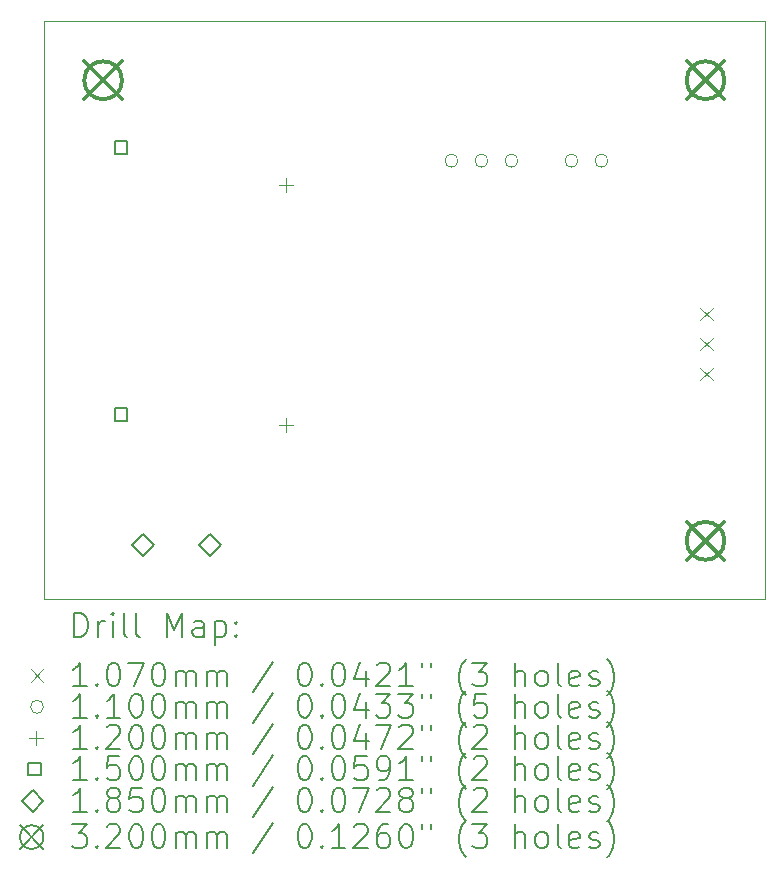
<source format=gbr>
%TF.GenerationSoftware,KiCad,Pcbnew,8.0.2*%
%TF.CreationDate,2024-09-03T17:11:25+02:00*%
%TF.ProjectId,TSAC_Voltage_Sensor,54534143-5f56-46f6-9c74-6167655f5365,rev?*%
%TF.SameCoordinates,Original*%
%TF.FileFunction,Drillmap*%
%TF.FilePolarity,Positive*%
%FSLAX45Y45*%
G04 Gerber Fmt 4.5, Leading zero omitted, Abs format (unit mm)*
G04 Created by KiCad (PCBNEW 8.0.2) date 2024-09-03 17:11:25*
%MOMM*%
%LPD*%
G01*
G04 APERTURE LIST*
%ADD10C,0.100000*%
%ADD11C,0.200000*%
%ADD12C,0.107000*%
%ADD13C,0.110000*%
%ADD14C,0.120000*%
%ADD15C,0.150000*%
%ADD16C,0.185000*%
%ADD17C,0.320000*%
G04 APERTURE END LIST*
D10*
X7600000Y-5650000D02*
X13700000Y-5650000D01*
X13700000Y-10546000D01*
X7600000Y-10546000D01*
X7600000Y-5650000D01*
D11*
D12*
X13154500Y-8074500D02*
X13261500Y-8181500D01*
X13261500Y-8074500D02*
X13154500Y-8181500D01*
X13154500Y-8328500D02*
X13261500Y-8435500D01*
X13261500Y-8328500D02*
X13154500Y-8435500D01*
X13154500Y-8582500D02*
X13261500Y-8689500D01*
X13261500Y-8582500D02*
X13154500Y-8689500D01*
D13*
X11104000Y-6831500D02*
G75*
G02*
X10994000Y-6831500I-55000J0D01*
G01*
X10994000Y-6831500D02*
G75*
G02*
X11104000Y-6831500I55000J0D01*
G01*
X11358000Y-6831500D02*
G75*
G02*
X11248000Y-6831500I-55000J0D01*
G01*
X11248000Y-6831500D02*
G75*
G02*
X11358000Y-6831500I55000J0D01*
G01*
X11612000Y-6831500D02*
G75*
G02*
X11502000Y-6831500I-55000J0D01*
G01*
X11502000Y-6831500D02*
G75*
G02*
X11612000Y-6831500I55000J0D01*
G01*
X12120000Y-6831500D02*
G75*
G02*
X12010000Y-6831500I-55000J0D01*
G01*
X12010000Y-6831500D02*
G75*
G02*
X12120000Y-6831500I55000J0D01*
G01*
X12374000Y-6831500D02*
G75*
G02*
X12264000Y-6831500I-55000J0D01*
G01*
X12264000Y-6831500D02*
G75*
G02*
X12374000Y-6831500I55000J0D01*
G01*
D14*
X9650000Y-6974000D02*
X9650000Y-7094000D01*
X9590000Y-7034000D02*
X9710000Y-7034000D01*
X9650000Y-9006000D02*
X9650000Y-9126000D01*
X9590000Y-9066000D02*
X9710000Y-9066000D01*
D15*
X8303033Y-6773033D02*
X8303033Y-6666966D01*
X8196966Y-6666966D01*
X8196966Y-6773033D01*
X8303033Y-6773033D01*
X8303033Y-9033034D02*
X8303033Y-8926967D01*
X8196966Y-8926967D01*
X8196966Y-9033034D01*
X8303033Y-9033034D01*
D16*
X8436250Y-10178500D02*
X8528750Y-10086000D01*
X8436250Y-9993500D01*
X8343750Y-10086000D01*
X8436250Y-10178500D01*
X9006250Y-10178500D02*
X9098750Y-10086000D01*
X9006250Y-9993500D01*
X8913750Y-10086000D01*
X9006250Y-10178500D01*
D17*
X7940000Y-5990000D02*
X8260000Y-6310000D01*
X8260000Y-5990000D02*
X7940000Y-6310000D01*
X8260000Y-6150000D02*
G75*
G02*
X7940000Y-6150000I-160000J0D01*
G01*
X7940000Y-6150000D02*
G75*
G02*
X8260000Y-6150000I160000J0D01*
G01*
X13040000Y-5990000D02*
X13360000Y-6310000D01*
X13360000Y-5990000D02*
X13040000Y-6310000D01*
X13360000Y-6150000D02*
G75*
G02*
X13040000Y-6150000I-160000J0D01*
G01*
X13040000Y-6150000D02*
G75*
G02*
X13360000Y-6150000I160000J0D01*
G01*
X13040000Y-9890000D02*
X13360000Y-10210000D01*
X13360000Y-9890000D02*
X13040000Y-10210000D01*
X13360000Y-10050000D02*
G75*
G02*
X13040000Y-10050000I-160000J0D01*
G01*
X13040000Y-10050000D02*
G75*
G02*
X13360000Y-10050000I160000J0D01*
G01*
D11*
X7855777Y-10862484D02*
X7855777Y-10662484D01*
X7855777Y-10662484D02*
X7903396Y-10662484D01*
X7903396Y-10662484D02*
X7931967Y-10672008D01*
X7931967Y-10672008D02*
X7951015Y-10691055D01*
X7951015Y-10691055D02*
X7960539Y-10710103D01*
X7960539Y-10710103D02*
X7970062Y-10748198D01*
X7970062Y-10748198D02*
X7970062Y-10776770D01*
X7970062Y-10776770D02*
X7960539Y-10814865D01*
X7960539Y-10814865D02*
X7951015Y-10833912D01*
X7951015Y-10833912D02*
X7931967Y-10852960D01*
X7931967Y-10852960D02*
X7903396Y-10862484D01*
X7903396Y-10862484D02*
X7855777Y-10862484D01*
X8055777Y-10862484D02*
X8055777Y-10729150D01*
X8055777Y-10767246D02*
X8065301Y-10748198D01*
X8065301Y-10748198D02*
X8074824Y-10738674D01*
X8074824Y-10738674D02*
X8093872Y-10729150D01*
X8093872Y-10729150D02*
X8112920Y-10729150D01*
X8179586Y-10862484D02*
X8179586Y-10729150D01*
X8179586Y-10662484D02*
X8170062Y-10672008D01*
X8170062Y-10672008D02*
X8179586Y-10681531D01*
X8179586Y-10681531D02*
X8189110Y-10672008D01*
X8189110Y-10672008D02*
X8179586Y-10662484D01*
X8179586Y-10662484D02*
X8179586Y-10681531D01*
X8303396Y-10862484D02*
X8284348Y-10852960D01*
X8284348Y-10852960D02*
X8274824Y-10833912D01*
X8274824Y-10833912D02*
X8274824Y-10662484D01*
X8408158Y-10862484D02*
X8389110Y-10852960D01*
X8389110Y-10852960D02*
X8379586Y-10833912D01*
X8379586Y-10833912D02*
X8379586Y-10662484D01*
X8636729Y-10862484D02*
X8636729Y-10662484D01*
X8636729Y-10662484D02*
X8703396Y-10805341D01*
X8703396Y-10805341D02*
X8770063Y-10662484D01*
X8770063Y-10662484D02*
X8770063Y-10862484D01*
X8951015Y-10862484D02*
X8951015Y-10757722D01*
X8951015Y-10757722D02*
X8941491Y-10738674D01*
X8941491Y-10738674D02*
X8922444Y-10729150D01*
X8922444Y-10729150D02*
X8884348Y-10729150D01*
X8884348Y-10729150D02*
X8865301Y-10738674D01*
X8951015Y-10852960D02*
X8931967Y-10862484D01*
X8931967Y-10862484D02*
X8884348Y-10862484D01*
X8884348Y-10862484D02*
X8865301Y-10852960D01*
X8865301Y-10852960D02*
X8855777Y-10833912D01*
X8855777Y-10833912D02*
X8855777Y-10814865D01*
X8855777Y-10814865D02*
X8865301Y-10795817D01*
X8865301Y-10795817D02*
X8884348Y-10786293D01*
X8884348Y-10786293D02*
X8931967Y-10786293D01*
X8931967Y-10786293D02*
X8951015Y-10776770D01*
X9046253Y-10729150D02*
X9046253Y-10929150D01*
X9046253Y-10738674D02*
X9065301Y-10729150D01*
X9065301Y-10729150D02*
X9103396Y-10729150D01*
X9103396Y-10729150D02*
X9122444Y-10738674D01*
X9122444Y-10738674D02*
X9131967Y-10748198D01*
X9131967Y-10748198D02*
X9141491Y-10767246D01*
X9141491Y-10767246D02*
X9141491Y-10824389D01*
X9141491Y-10824389D02*
X9131967Y-10843436D01*
X9131967Y-10843436D02*
X9122444Y-10852960D01*
X9122444Y-10852960D02*
X9103396Y-10862484D01*
X9103396Y-10862484D02*
X9065301Y-10862484D01*
X9065301Y-10862484D02*
X9046253Y-10852960D01*
X9227205Y-10843436D02*
X9236729Y-10852960D01*
X9236729Y-10852960D02*
X9227205Y-10862484D01*
X9227205Y-10862484D02*
X9217682Y-10852960D01*
X9217682Y-10852960D02*
X9227205Y-10843436D01*
X9227205Y-10843436D02*
X9227205Y-10862484D01*
X9227205Y-10738674D02*
X9236729Y-10748198D01*
X9236729Y-10748198D02*
X9227205Y-10757722D01*
X9227205Y-10757722D02*
X9217682Y-10748198D01*
X9217682Y-10748198D02*
X9227205Y-10738674D01*
X9227205Y-10738674D02*
X9227205Y-10757722D01*
D12*
X7488000Y-11137500D02*
X7595000Y-11244500D01*
X7595000Y-11137500D02*
X7488000Y-11244500D01*
D11*
X7960539Y-11282484D02*
X7846253Y-11282484D01*
X7903396Y-11282484D02*
X7903396Y-11082484D01*
X7903396Y-11082484D02*
X7884348Y-11111055D01*
X7884348Y-11111055D02*
X7865301Y-11130103D01*
X7865301Y-11130103D02*
X7846253Y-11139627D01*
X8046253Y-11263436D02*
X8055777Y-11272960D01*
X8055777Y-11272960D02*
X8046253Y-11282484D01*
X8046253Y-11282484D02*
X8036729Y-11272960D01*
X8036729Y-11272960D02*
X8046253Y-11263436D01*
X8046253Y-11263436D02*
X8046253Y-11282484D01*
X8179586Y-11082484D02*
X8198634Y-11082484D01*
X8198634Y-11082484D02*
X8217682Y-11092008D01*
X8217682Y-11092008D02*
X8227205Y-11101531D01*
X8227205Y-11101531D02*
X8236729Y-11120579D01*
X8236729Y-11120579D02*
X8246253Y-11158674D01*
X8246253Y-11158674D02*
X8246253Y-11206293D01*
X8246253Y-11206293D02*
X8236729Y-11244388D01*
X8236729Y-11244388D02*
X8227205Y-11263436D01*
X8227205Y-11263436D02*
X8217682Y-11272960D01*
X8217682Y-11272960D02*
X8198634Y-11282484D01*
X8198634Y-11282484D02*
X8179586Y-11282484D01*
X8179586Y-11282484D02*
X8160539Y-11272960D01*
X8160539Y-11272960D02*
X8151015Y-11263436D01*
X8151015Y-11263436D02*
X8141491Y-11244388D01*
X8141491Y-11244388D02*
X8131967Y-11206293D01*
X8131967Y-11206293D02*
X8131967Y-11158674D01*
X8131967Y-11158674D02*
X8141491Y-11120579D01*
X8141491Y-11120579D02*
X8151015Y-11101531D01*
X8151015Y-11101531D02*
X8160539Y-11092008D01*
X8160539Y-11092008D02*
X8179586Y-11082484D01*
X8312920Y-11082484D02*
X8446253Y-11082484D01*
X8446253Y-11082484D02*
X8360539Y-11282484D01*
X8560539Y-11082484D02*
X8579586Y-11082484D01*
X8579586Y-11082484D02*
X8598634Y-11092008D01*
X8598634Y-11092008D02*
X8608158Y-11101531D01*
X8608158Y-11101531D02*
X8617682Y-11120579D01*
X8617682Y-11120579D02*
X8627205Y-11158674D01*
X8627205Y-11158674D02*
X8627205Y-11206293D01*
X8627205Y-11206293D02*
X8617682Y-11244388D01*
X8617682Y-11244388D02*
X8608158Y-11263436D01*
X8608158Y-11263436D02*
X8598634Y-11272960D01*
X8598634Y-11272960D02*
X8579586Y-11282484D01*
X8579586Y-11282484D02*
X8560539Y-11282484D01*
X8560539Y-11282484D02*
X8541491Y-11272960D01*
X8541491Y-11272960D02*
X8531967Y-11263436D01*
X8531967Y-11263436D02*
X8522444Y-11244388D01*
X8522444Y-11244388D02*
X8512920Y-11206293D01*
X8512920Y-11206293D02*
X8512920Y-11158674D01*
X8512920Y-11158674D02*
X8522444Y-11120579D01*
X8522444Y-11120579D02*
X8531967Y-11101531D01*
X8531967Y-11101531D02*
X8541491Y-11092008D01*
X8541491Y-11092008D02*
X8560539Y-11082484D01*
X8712920Y-11282484D02*
X8712920Y-11149150D01*
X8712920Y-11168198D02*
X8722444Y-11158674D01*
X8722444Y-11158674D02*
X8741491Y-11149150D01*
X8741491Y-11149150D02*
X8770063Y-11149150D01*
X8770063Y-11149150D02*
X8789110Y-11158674D01*
X8789110Y-11158674D02*
X8798634Y-11177722D01*
X8798634Y-11177722D02*
X8798634Y-11282484D01*
X8798634Y-11177722D02*
X8808158Y-11158674D01*
X8808158Y-11158674D02*
X8827205Y-11149150D01*
X8827205Y-11149150D02*
X8855777Y-11149150D01*
X8855777Y-11149150D02*
X8874825Y-11158674D01*
X8874825Y-11158674D02*
X8884348Y-11177722D01*
X8884348Y-11177722D02*
X8884348Y-11282484D01*
X8979586Y-11282484D02*
X8979586Y-11149150D01*
X8979586Y-11168198D02*
X8989110Y-11158674D01*
X8989110Y-11158674D02*
X9008158Y-11149150D01*
X9008158Y-11149150D02*
X9036729Y-11149150D01*
X9036729Y-11149150D02*
X9055777Y-11158674D01*
X9055777Y-11158674D02*
X9065301Y-11177722D01*
X9065301Y-11177722D02*
X9065301Y-11282484D01*
X9065301Y-11177722D02*
X9074825Y-11158674D01*
X9074825Y-11158674D02*
X9093872Y-11149150D01*
X9093872Y-11149150D02*
X9122444Y-11149150D01*
X9122444Y-11149150D02*
X9141491Y-11158674D01*
X9141491Y-11158674D02*
X9151015Y-11177722D01*
X9151015Y-11177722D02*
X9151015Y-11282484D01*
X9541491Y-11072960D02*
X9370063Y-11330103D01*
X9798634Y-11082484D02*
X9817682Y-11082484D01*
X9817682Y-11082484D02*
X9836729Y-11092008D01*
X9836729Y-11092008D02*
X9846253Y-11101531D01*
X9846253Y-11101531D02*
X9855777Y-11120579D01*
X9855777Y-11120579D02*
X9865301Y-11158674D01*
X9865301Y-11158674D02*
X9865301Y-11206293D01*
X9865301Y-11206293D02*
X9855777Y-11244388D01*
X9855777Y-11244388D02*
X9846253Y-11263436D01*
X9846253Y-11263436D02*
X9836729Y-11272960D01*
X9836729Y-11272960D02*
X9817682Y-11282484D01*
X9817682Y-11282484D02*
X9798634Y-11282484D01*
X9798634Y-11282484D02*
X9779587Y-11272960D01*
X9779587Y-11272960D02*
X9770063Y-11263436D01*
X9770063Y-11263436D02*
X9760539Y-11244388D01*
X9760539Y-11244388D02*
X9751015Y-11206293D01*
X9751015Y-11206293D02*
X9751015Y-11158674D01*
X9751015Y-11158674D02*
X9760539Y-11120579D01*
X9760539Y-11120579D02*
X9770063Y-11101531D01*
X9770063Y-11101531D02*
X9779587Y-11092008D01*
X9779587Y-11092008D02*
X9798634Y-11082484D01*
X9951015Y-11263436D02*
X9960539Y-11272960D01*
X9960539Y-11272960D02*
X9951015Y-11282484D01*
X9951015Y-11282484D02*
X9941491Y-11272960D01*
X9941491Y-11272960D02*
X9951015Y-11263436D01*
X9951015Y-11263436D02*
X9951015Y-11282484D01*
X10084348Y-11082484D02*
X10103396Y-11082484D01*
X10103396Y-11082484D02*
X10122444Y-11092008D01*
X10122444Y-11092008D02*
X10131968Y-11101531D01*
X10131968Y-11101531D02*
X10141491Y-11120579D01*
X10141491Y-11120579D02*
X10151015Y-11158674D01*
X10151015Y-11158674D02*
X10151015Y-11206293D01*
X10151015Y-11206293D02*
X10141491Y-11244388D01*
X10141491Y-11244388D02*
X10131968Y-11263436D01*
X10131968Y-11263436D02*
X10122444Y-11272960D01*
X10122444Y-11272960D02*
X10103396Y-11282484D01*
X10103396Y-11282484D02*
X10084348Y-11282484D01*
X10084348Y-11282484D02*
X10065301Y-11272960D01*
X10065301Y-11272960D02*
X10055777Y-11263436D01*
X10055777Y-11263436D02*
X10046253Y-11244388D01*
X10046253Y-11244388D02*
X10036729Y-11206293D01*
X10036729Y-11206293D02*
X10036729Y-11158674D01*
X10036729Y-11158674D02*
X10046253Y-11120579D01*
X10046253Y-11120579D02*
X10055777Y-11101531D01*
X10055777Y-11101531D02*
X10065301Y-11092008D01*
X10065301Y-11092008D02*
X10084348Y-11082484D01*
X10322444Y-11149150D02*
X10322444Y-11282484D01*
X10274825Y-11072960D02*
X10227206Y-11215817D01*
X10227206Y-11215817D02*
X10351015Y-11215817D01*
X10417682Y-11101531D02*
X10427206Y-11092008D01*
X10427206Y-11092008D02*
X10446253Y-11082484D01*
X10446253Y-11082484D02*
X10493872Y-11082484D01*
X10493872Y-11082484D02*
X10512920Y-11092008D01*
X10512920Y-11092008D02*
X10522444Y-11101531D01*
X10522444Y-11101531D02*
X10531968Y-11120579D01*
X10531968Y-11120579D02*
X10531968Y-11139627D01*
X10531968Y-11139627D02*
X10522444Y-11168198D01*
X10522444Y-11168198D02*
X10408158Y-11282484D01*
X10408158Y-11282484D02*
X10531968Y-11282484D01*
X10722444Y-11282484D02*
X10608158Y-11282484D01*
X10665301Y-11282484D02*
X10665301Y-11082484D01*
X10665301Y-11082484D02*
X10646253Y-11111055D01*
X10646253Y-11111055D02*
X10627206Y-11130103D01*
X10627206Y-11130103D02*
X10608158Y-11139627D01*
X10798634Y-11082484D02*
X10798634Y-11120579D01*
X10874825Y-11082484D02*
X10874825Y-11120579D01*
X11170063Y-11358674D02*
X11160539Y-11349150D01*
X11160539Y-11349150D02*
X11141491Y-11320579D01*
X11141491Y-11320579D02*
X11131968Y-11301531D01*
X11131968Y-11301531D02*
X11122444Y-11272960D01*
X11122444Y-11272960D02*
X11112920Y-11225341D01*
X11112920Y-11225341D02*
X11112920Y-11187246D01*
X11112920Y-11187246D02*
X11122444Y-11139627D01*
X11122444Y-11139627D02*
X11131968Y-11111055D01*
X11131968Y-11111055D02*
X11141491Y-11092008D01*
X11141491Y-11092008D02*
X11160539Y-11063436D01*
X11160539Y-11063436D02*
X11170063Y-11053912D01*
X11227206Y-11082484D02*
X11351015Y-11082484D01*
X11351015Y-11082484D02*
X11284348Y-11158674D01*
X11284348Y-11158674D02*
X11312920Y-11158674D01*
X11312920Y-11158674D02*
X11331968Y-11168198D01*
X11331968Y-11168198D02*
X11341491Y-11177722D01*
X11341491Y-11177722D02*
X11351015Y-11196769D01*
X11351015Y-11196769D02*
X11351015Y-11244388D01*
X11351015Y-11244388D02*
X11341491Y-11263436D01*
X11341491Y-11263436D02*
X11331968Y-11272960D01*
X11331968Y-11272960D02*
X11312920Y-11282484D01*
X11312920Y-11282484D02*
X11255777Y-11282484D01*
X11255777Y-11282484D02*
X11236729Y-11272960D01*
X11236729Y-11272960D02*
X11227206Y-11263436D01*
X11589110Y-11282484D02*
X11589110Y-11082484D01*
X11674825Y-11282484D02*
X11674825Y-11177722D01*
X11674825Y-11177722D02*
X11665301Y-11158674D01*
X11665301Y-11158674D02*
X11646253Y-11149150D01*
X11646253Y-11149150D02*
X11617682Y-11149150D01*
X11617682Y-11149150D02*
X11598634Y-11158674D01*
X11598634Y-11158674D02*
X11589110Y-11168198D01*
X11798634Y-11282484D02*
X11779587Y-11272960D01*
X11779587Y-11272960D02*
X11770063Y-11263436D01*
X11770063Y-11263436D02*
X11760539Y-11244388D01*
X11760539Y-11244388D02*
X11760539Y-11187246D01*
X11760539Y-11187246D02*
X11770063Y-11168198D01*
X11770063Y-11168198D02*
X11779587Y-11158674D01*
X11779587Y-11158674D02*
X11798634Y-11149150D01*
X11798634Y-11149150D02*
X11827206Y-11149150D01*
X11827206Y-11149150D02*
X11846253Y-11158674D01*
X11846253Y-11158674D02*
X11855777Y-11168198D01*
X11855777Y-11168198D02*
X11865301Y-11187246D01*
X11865301Y-11187246D02*
X11865301Y-11244388D01*
X11865301Y-11244388D02*
X11855777Y-11263436D01*
X11855777Y-11263436D02*
X11846253Y-11272960D01*
X11846253Y-11272960D02*
X11827206Y-11282484D01*
X11827206Y-11282484D02*
X11798634Y-11282484D01*
X11979587Y-11282484D02*
X11960539Y-11272960D01*
X11960539Y-11272960D02*
X11951015Y-11253912D01*
X11951015Y-11253912D02*
X11951015Y-11082484D01*
X12131968Y-11272960D02*
X12112920Y-11282484D01*
X12112920Y-11282484D02*
X12074825Y-11282484D01*
X12074825Y-11282484D02*
X12055777Y-11272960D01*
X12055777Y-11272960D02*
X12046253Y-11253912D01*
X12046253Y-11253912D02*
X12046253Y-11177722D01*
X12046253Y-11177722D02*
X12055777Y-11158674D01*
X12055777Y-11158674D02*
X12074825Y-11149150D01*
X12074825Y-11149150D02*
X12112920Y-11149150D01*
X12112920Y-11149150D02*
X12131968Y-11158674D01*
X12131968Y-11158674D02*
X12141491Y-11177722D01*
X12141491Y-11177722D02*
X12141491Y-11196769D01*
X12141491Y-11196769D02*
X12046253Y-11215817D01*
X12217682Y-11272960D02*
X12236730Y-11282484D01*
X12236730Y-11282484D02*
X12274825Y-11282484D01*
X12274825Y-11282484D02*
X12293872Y-11272960D01*
X12293872Y-11272960D02*
X12303396Y-11253912D01*
X12303396Y-11253912D02*
X12303396Y-11244388D01*
X12303396Y-11244388D02*
X12293872Y-11225341D01*
X12293872Y-11225341D02*
X12274825Y-11215817D01*
X12274825Y-11215817D02*
X12246253Y-11215817D01*
X12246253Y-11215817D02*
X12227206Y-11206293D01*
X12227206Y-11206293D02*
X12217682Y-11187246D01*
X12217682Y-11187246D02*
X12217682Y-11177722D01*
X12217682Y-11177722D02*
X12227206Y-11158674D01*
X12227206Y-11158674D02*
X12246253Y-11149150D01*
X12246253Y-11149150D02*
X12274825Y-11149150D01*
X12274825Y-11149150D02*
X12293872Y-11158674D01*
X12370063Y-11358674D02*
X12379587Y-11349150D01*
X12379587Y-11349150D02*
X12398634Y-11320579D01*
X12398634Y-11320579D02*
X12408158Y-11301531D01*
X12408158Y-11301531D02*
X12417682Y-11272960D01*
X12417682Y-11272960D02*
X12427206Y-11225341D01*
X12427206Y-11225341D02*
X12427206Y-11187246D01*
X12427206Y-11187246D02*
X12417682Y-11139627D01*
X12417682Y-11139627D02*
X12408158Y-11111055D01*
X12408158Y-11111055D02*
X12398634Y-11092008D01*
X12398634Y-11092008D02*
X12379587Y-11063436D01*
X12379587Y-11063436D02*
X12370063Y-11053912D01*
D13*
X7595000Y-11455000D02*
G75*
G02*
X7485000Y-11455000I-55000J0D01*
G01*
X7485000Y-11455000D02*
G75*
G02*
X7595000Y-11455000I55000J0D01*
G01*
D11*
X7960539Y-11546484D02*
X7846253Y-11546484D01*
X7903396Y-11546484D02*
X7903396Y-11346484D01*
X7903396Y-11346484D02*
X7884348Y-11375055D01*
X7884348Y-11375055D02*
X7865301Y-11394103D01*
X7865301Y-11394103D02*
X7846253Y-11403627D01*
X8046253Y-11527436D02*
X8055777Y-11536960D01*
X8055777Y-11536960D02*
X8046253Y-11546484D01*
X8046253Y-11546484D02*
X8036729Y-11536960D01*
X8036729Y-11536960D02*
X8046253Y-11527436D01*
X8046253Y-11527436D02*
X8046253Y-11546484D01*
X8246253Y-11546484D02*
X8131967Y-11546484D01*
X8189110Y-11546484D02*
X8189110Y-11346484D01*
X8189110Y-11346484D02*
X8170062Y-11375055D01*
X8170062Y-11375055D02*
X8151015Y-11394103D01*
X8151015Y-11394103D02*
X8131967Y-11403627D01*
X8370062Y-11346484D02*
X8389110Y-11346484D01*
X8389110Y-11346484D02*
X8408158Y-11356008D01*
X8408158Y-11356008D02*
X8417682Y-11365531D01*
X8417682Y-11365531D02*
X8427205Y-11384579D01*
X8427205Y-11384579D02*
X8436729Y-11422674D01*
X8436729Y-11422674D02*
X8436729Y-11470293D01*
X8436729Y-11470293D02*
X8427205Y-11508388D01*
X8427205Y-11508388D02*
X8417682Y-11527436D01*
X8417682Y-11527436D02*
X8408158Y-11536960D01*
X8408158Y-11536960D02*
X8389110Y-11546484D01*
X8389110Y-11546484D02*
X8370062Y-11546484D01*
X8370062Y-11546484D02*
X8351015Y-11536960D01*
X8351015Y-11536960D02*
X8341491Y-11527436D01*
X8341491Y-11527436D02*
X8331967Y-11508388D01*
X8331967Y-11508388D02*
X8322443Y-11470293D01*
X8322443Y-11470293D02*
X8322443Y-11422674D01*
X8322443Y-11422674D02*
X8331967Y-11384579D01*
X8331967Y-11384579D02*
X8341491Y-11365531D01*
X8341491Y-11365531D02*
X8351015Y-11356008D01*
X8351015Y-11356008D02*
X8370062Y-11346484D01*
X8560539Y-11346484D02*
X8579586Y-11346484D01*
X8579586Y-11346484D02*
X8598634Y-11356008D01*
X8598634Y-11356008D02*
X8608158Y-11365531D01*
X8608158Y-11365531D02*
X8617682Y-11384579D01*
X8617682Y-11384579D02*
X8627205Y-11422674D01*
X8627205Y-11422674D02*
X8627205Y-11470293D01*
X8627205Y-11470293D02*
X8617682Y-11508388D01*
X8617682Y-11508388D02*
X8608158Y-11527436D01*
X8608158Y-11527436D02*
X8598634Y-11536960D01*
X8598634Y-11536960D02*
X8579586Y-11546484D01*
X8579586Y-11546484D02*
X8560539Y-11546484D01*
X8560539Y-11546484D02*
X8541491Y-11536960D01*
X8541491Y-11536960D02*
X8531967Y-11527436D01*
X8531967Y-11527436D02*
X8522444Y-11508388D01*
X8522444Y-11508388D02*
X8512920Y-11470293D01*
X8512920Y-11470293D02*
X8512920Y-11422674D01*
X8512920Y-11422674D02*
X8522444Y-11384579D01*
X8522444Y-11384579D02*
X8531967Y-11365531D01*
X8531967Y-11365531D02*
X8541491Y-11356008D01*
X8541491Y-11356008D02*
X8560539Y-11346484D01*
X8712920Y-11546484D02*
X8712920Y-11413150D01*
X8712920Y-11432198D02*
X8722444Y-11422674D01*
X8722444Y-11422674D02*
X8741491Y-11413150D01*
X8741491Y-11413150D02*
X8770063Y-11413150D01*
X8770063Y-11413150D02*
X8789110Y-11422674D01*
X8789110Y-11422674D02*
X8798634Y-11441722D01*
X8798634Y-11441722D02*
X8798634Y-11546484D01*
X8798634Y-11441722D02*
X8808158Y-11422674D01*
X8808158Y-11422674D02*
X8827205Y-11413150D01*
X8827205Y-11413150D02*
X8855777Y-11413150D01*
X8855777Y-11413150D02*
X8874825Y-11422674D01*
X8874825Y-11422674D02*
X8884348Y-11441722D01*
X8884348Y-11441722D02*
X8884348Y-11546484D01*
X8979586Y-11546484D02*
X8979586Y-11413150D01*
X8979586Y-11432198D02*
X8989110Y-11422674D01*
X8989110Y-11422674D02*
X9008158Y-11413150D01*
X9008158Y-11413150D02*
X9036729Y-11413150D01*
X9036729Y-11413150D02*
X9055777Y-11422674D01*
X9055777Y-11422674D02*
X9065301Y-11441722D01*
X9065301Y-11441722D02*
X9065301Y-11546484D01*
X9065301Y-11441722D02*
X9074825Y-11422674D01*
X9074825Y-11422674D02*
X9093872Y-11413150D01*
X9093872Y-11413150D02*
X9122444Y-11413150D01*
X9122444Y-11413150D02*
X9141491Y-11422674D01*
X9141491Y-11422674D02*
X9151015Y-11441722D01*
X9151015Y-11441722D02*
X9151015Y-11546484D01*
X9541491Y-11336960D02*
X9370063Y-11594103D01*
X9798634Y-11346484D02*
X9817682Y-11346484D01*
X9817682Y-11346484D02*
X9836729Y-11356008D01*
X9836729Y-11356008D02*
X9846253Y-11365531D01*
X9846253Y-11365531D02*
X9855777Y-11384579D01*
X9855777Y-11384579D02*
X9865301Y-11422674D01*
X9865301Y-11422674D02*
X9865301Y-11470293D01*
X9865301Y-11470293D02*
X9855777Y-11508388D01*
X9855777Y-11508388D02*
X9846253Y-11527436D01*
X9846253Y-11527436D02*
X9836729Y-11536960D01*
X9836729Y-11536960D02*
X9817682Y-11546484D01*
X9817682Y-11546484D02*
X9798634Y-11546484D01*
X9798634Y-11546484D02*
X9779587Y-11536960D01*
X9779587Y-11536960D02*
X9770063Y-11527436D01*
X9770063Y-11527436D02*
X9760539Y-11508388D01*
X9760539Y-11508388D02*
X9751015Y-11470293D01*
X9751015Y-11470293D02*
X9751015Y-11422674D01*
X9751015Y-11422674D02*
X9760539Y-11384579D01*
X9760539Y-11384579D02*
X9770063Y-11365531D01*
X9770063Y-11365531D02*
X9779587Y-11356008D01*
X9779587Y-11356008D02*
X9798634Y-11346484D01*
X9951015Y-11527436D02*
X9960539Y-11536960D01*
X9960539Y-11536960D02*
X9951015Y-11546484D01*
X9951015Y-11546484D02*
X9941491Y-11536960D01*
X9941491Y-11536960D02*
X9951015Y-11527436D01*
X9951015Y-11527436D02*
X9951015Y-11546484D01*
X10084348Y-11346484D02*
X10103396Y-11346484D01*
X10103396Y-11346484D02*
X10122444Y-11356008D01*
X10122444Y-11356008D02*
X10131968Y-11365531D01*
X10131968Y-11365531D02*
X10141491Y-11384579D01*
X10141491Y-11384579D02*
X10151015Y-11422674D01*
X10151015Y-11422674D02*
X10151015Y-11470293D01*
X10151015Y-11470293D02*
X10141491Y-11508388D01*
X10141491Y-11508388D02*
X10131968Y-11527436D01*
X10131968Y-11527436D02*
X10122444Y-11536960D01*
X10122444Y-11536960D02*
X10103396Y-11546484D01*
X10103396Y-11546484D02*
X10084348Y-11546484D01*
X10084348Y-11546484D02*
X10065301Y-11536960D01*
X10065301Y-11536960D02*
X10055777Y-11527436D01*
X10055777Y-11527436D02*
X10046253Y-11508388D01*
X10046253Y-11508388D02*
X10036729Y-11470293D01*
X10036729Y-11470293D02*
X10036729Y-11422674D01*
X10036729Y-11422674D02*
X10046253Y-11384579D01*
X10046253Y-11384579D02*
X10055777Y-11365531D01*
X10055777Y-11365531D02*
X10065301Y-11356008D01*
X10065301Y-11356008D02*
X10084348Y-11346484D01*
X10322444Y-11413150D02*
X10322444Y-11546484D01*
X10274825Y-11336960D02*
X10227206Y-11479817D01*
X10227206Y-11479817D02*
X10351015Y-11479817D01*
X10408158Y-11346484D02*
X10531968Y-11346484D01*
X10531968Y-11346484D02*
X10465301Y-11422674D01*
X10465301Y-11422674D02*
X10493872Y-11422674D01*
X10493872Y-11422674D02*
X10512920Y-11432198D01*
X10512920Y-11432198D02*
X10522444Y-11441722D01*
X10522444Y-11441722D02*
X10531968Y-11460769D01*
X10531968Y-11460769D02*
X10531968Y-11508388D01*
X10531968Y-11508388D02*
X10522444Y-11527436D01*
X10522444Y-11527436D02*
X10512920Y-11536960D01*
X10512920Y-11536960D02*
X10493872Y-11546484D01*
X10493872Y-11546484D02*
X10436729Y-11546484D01*
X10436729Y-11546484D02*
X10417682Y-11536960D01*
X10417682Y-11536960D02*
X10408158Y-11527436D01*
X10598634Y-11346484D02*
X10722444Y-11346484D01*
X10722444Y-11346484D02*
X10655777Y-11422674D01*
X10655777Y-11422674D02*
X10684349Y-11422674D01*
X10684349Y-11422674D02*
X10703396Y-11432198D01*
X10703396Y-11432198D02*
X10712920Y-11441722D01*
X10712920Y-11441722D02*
X10722444Y-11460769D01*
X10722444Y-11460769D02*
X10722444Y-11508388D01*
X10722444Y-11508388D02*
X10712920Y-11527436D01*
X10712920Y-11527436D02*
X10703396Y-11536960D01*
X10703396Y-11536960D02*
X10684349Y-11546484D01*
X10684349Y-11546484D02*
X10627206Y-11546484D01*
X10627206Y-11546484D02*
X10608158Y-11536960D01*
X10608158Y-11536960D02*
X10598634Y-11527436D01*
X10798634Y-11346484D02*
X10798634Y-11384579D01*
X10874825Y-11346484D02*
X10874825Y-11384579D01*
X11170063Y-11622674D02*
X11160539Y-11613150D01*
X11160539Y-11613150D02*
X11141491Y-11584579D01*
X11141491Y-11584579D02*
X11131968Y-11565531D01*
X11131968Y-11565531D02*
X11122444Y-11536960D01*
X11122444Y-11536960D02*
X11112920Y-11489341D01*
X11112920Y-11489341D02*
X11112920Y-11451246D01*
X11112920Y-11451246D02*
X11122444Y-11403627D01*
X11122444Y-11403627D02*
X11131968Y-11375055D01*
X11131968Y-11375055D02*
X11141491Y-11356008D01*
X11141491Y-11356008D02*
X11160539Y-11327436D01*
X11160539Y-11327436D02*
X11170063Y-11317912D01*
X11341491Y-11346484D02*
X11246253Y-11346484D01*
X11246253Y-11346484D02*
X11236729Y-11441722D01*
X11236729Y-11441722D02*
X11246253Y-11432198D01*
X11246253Y-11432198D02*
X11265301Y-11422674D01*
X11265301Y-11422674D02*
X11312920Y-11422674D01*
X11312920Y-11422674D02*
X11331968Y-11432198D01*
X11331968Y-11432198D02*
X11341491Y-11441722D01*
X11341491Y-11441722D02*
X11351015Y-11460769D01*
X11351015Y-11460769D02*
X11351015Y-11508388D01*
X11351015Y-11508388D02*
X11341491Y-11527436D01*
X11341491Y-11527436D02*
X11331968Y-11536960D01*
X11331968Y-11536960D02*
X11312920Y-11546484D01*
X11312920Y-11546484D02*
X11265301Y-11546484D01*
X11265301Y-11546484D02*
X11246253Y-11536960D01*
X11246253Y-11536960D02*
X11236729Y-11527436D01*
X11589110Y-11546484D02*
X11589110Y-11346484D01*
X11674825Y-11546484D02*
X11674825Y-11441722D01*
X11674825Y-11441722D02*
X11665301Y-11422674D01*
X11665301Y-11422674D02*
X11646253Y-11413150D01*
X11646253Y-11413150D02*
X11617682Y-11413150D01*
X11617682Y-11413150D02*
X11598634Y-11422674D01*
X11598634Y-11422674D02*
X11589110Y-11432198D01*
X11798634Y-11546484D02*
X11779587Y-11536960D01*
X11779587Y-11536960D02*
X11770063Y-11527436D01*
X11770063Y-11527436D02*
X11760539Y-11508388D01*
X11760539Y-11508388D02*
X11760539Y-11451246D01*
X11760539Y-11451246D02*
X11770063Y-11432198D01*
X11770063Y-11432198D02*
X11779587Y-11422674D01*
X11779587Y-11422674D02*
X11798634Y-11413150D01*
X11798634Y-11413150D02*
X11827206Y-11413150D01*
X11827206Y-11413150D02*
X11846253Y-11422674D01*
X11846253Y-11422674D02*
X11855777Y-11432198D01*
X11855777Y-11432198D02*
X11865301Y-11451246D01*
X11865301Y-11451246D02*
X11865301Y-11508388D01*
X11865301Y-11508388D02*
X11855777Y-11527436D01*
X11855777Y-11527436D02*
X11846253Y-11536960D01*
X11846253Y-11536960D02*
X11827206Y-11546484D01*
X11827206Y-11546484D02*
X11798634Y-11546484D01*
X11979587Y-11546484D02*
X11960539Y-11536960D01*
X11960539Y-11536960D02*
X11951015Y-11517912D01*
X11951015Y-11517912D02*
X11951015Y-11346484D01*
X12131968Y-11536960D02*
X12112920Y-11546484D01*
X12112920Y-11546484D02*
X12074825Y-11546484D01*
X12074825Y-11546484D02*
X12055777Y-11536960D01*
X12055777Y-11536960D02*
X12046253Y-11517912D01*
X12046253Y-11517912D02*
X12046253Y-11441722D01*
X12046253Y-11441722D02*
X12055777Y-11422674D01*
X12055777Y-11422674D02*
X12074825Y-11413150D01*
X12074825Y-11413150D02*
X12112920Y-11413150D01*
X12112920Y-11413150D02*
X12131968Y-11422674D01*
X12131968Y-11422674D02*
X12141491Y-11441722D01*
X12141491Y-11441722D02*
X12141491Y-11460769D01*
X12141491Y-11460769D02*
X12046253Y-11479817D01*
X12217682Y-11536960D02*
X12236730Y-11546484D01*
X12236730Y-11546484D02*
X12274825Y-11546484D01*
X12274825Y-11546484D02*
X12293872Y-11536960D01*
X12293872Y-11536960D02*
X12303396Y-11517912D01*
X12303396Y-11517912D02*
X12303396Y-11508388D01*
X12303396Y-11508388D02*
X12293872Y-11489341D01*
X12293872Y-11489341D02*
X12274825Y-11479817D01*
X12274825Y-11479817D02*
X12246253Y-11479817D01*
X12246253Y-11479817D02*
X12227206Y-11470293D01*
X12227206Y-11470293D02*
X12217682Y-11451246D01*
X12217682Y-11451246D02*
X12217682Y-11441722D01*
X12217682Y-11441722D02*
X12227206Y-11422674D01*
X12227206Y-11422674D02*
X12246253Y-11413150D01*
X12246253Y-11413150D02*
X12274825Y-11413150D01*
X12274825Y-11413150D02*
X12293872Y-11422674D01*
X12370063Y-11622674D02*
X12379587Y-11613150D01*
X12379587Y-11613150D02*
X12398634Y-11584579D01*
X12398634Y-11584579D02*
X12408158Y-11565531D01*
X12408158Y-11565531D02*
X12417682Y-11536960D01*
X12417682Y-11536960D02*
X12427206Y-11489341D01*
X12427206Y-11489341D02*
X12427206Y-11451246D01*
X12427206Y-11451246D02*
X12417682Y-11403627D01*
X12417682Y-11403627D02*
X12408158Y-11375055D01*
X12408158Y-11375055D02*
X12398634Y-11356008D01*
X12398634Y-11356008D02*
X12379587Y-11327436D01*
X12379587Y-11327436D02*
X12370063Y-11317912D01*
D14*
X7535000Y-11659000D02*
X7535000Y-11779000D01*
X7475000Y-11719000D02*
X7595000Y-11719000D01*
D11*
X7960539Y-11810484D02*
X7846253Y-11810484D01*
X7903396Y-11810484D02*
X7903396Y-11610484D01*
X7903396Y-11610484D02*
X7884348Y-11639055D01*
X7884348Y-11639055D02*
X7865301Y-11658103D01*
X7865301Y-11658103D02*
X7846253Y-11667627D01*
X8046253Y-11791436D02*
X8055777Y-11800960D01*
X8055777Y-11800960D02*
X8046253Y-11810484D01*
X8046253Y-11810484D02*
X8036729Y-11800960D01*
X8036729Y-11800960D02*
X8046253Y-11791436D01*
X8046253Y-11791436D02*
X8046253Y-11810484D01*
X8131967Y-11629531D02*
X8141491Y-11620008D01*
X8141491Y-11620008D02*
X8160539Y-11610484D01*
X8160539Y-11610484D02*
X8208158Y-11610484D01*
X8208158Y-11610484D02*
X8227205Y-11620008D01*
X8227205Y-11620008D02*
X8236729Y-11629531D01*
X8236729Y-11629531D02*
X8246253Y-11648579D01*
X8246253Y-11648579D02*
X8246253Y-11667627D01*
X8246253Y-11667627D02*
X8236729Y-11696198D01*
X8236729Y-11696198D02*
X8122443Y-11810484D01*
X8122443Y-11810484D02*
X8246253Y-11810484D01*
X8370062Y-11610484D02*
X8389110Y-11610484D01*
X8389110Y-11610484D02*
X8408158Y-11620008D01*
X8408158Y-11620008D02*
X8417682Y-11629531D01*
X8417682Y-11629531D02*
X8427205Y-11648579D01*
X8427205Y-11648579D02*
X8436729Y-11686674D01*
X8436729Y-11686674D02*
X8436729Y-11734293D01*
X8436729Y-11734293D02*
X8427205Y-11772388D01*
X8427205Y-11772388D02*
X8417682Y-11791436D01*
X8417682Y-11791436D02*
X8408158Y-11800960D01*
X8408158Y-11800960D02*
X8389110Y-11810484D01*
X8389110Y-11810484D02*
X8370062Y-11810484D01*
X8370062Y-11810484D02*
X8351015Y-11800960D01*
X8351015Y-11800960D02*
X8341491Y-11791436D01*
X8341491Y-11791436D02*
X8331967Y-11772388D01*
X8331967Y-11772388D02*
X8322443Y-11734293D01*
X8322443Y-11734293D02*
X8322443Y-11686674D01*
X8322443Y-11686674D02*
X8331967Y-11648579D01*
X8331967Y-11648579D02*
X8341491Y-11629531D01*
X8341491Y-11629531D02*
X8351015Y-11620008D01*
X8351015Y-11620008D02*
X8370062Y-11610484D01*
X8560539Y-11610484D02*
X8579586Y-11610484D01*
X8579586Y-11610484D02*
X8598634Y-11620008D01*
X8598634Y-11620008D02*
X8608158Y-11629531D01*
X8608158Y-11629531D02*
X8617682Y-11648579D01*
X8617682Y-11648579D02*
X8627205Y-11686674D01*
X8627205Y-11686674D02*
X8627205Y-11734293D01*
X8627205Y-11734293D02*
X8617682Y-11772388D01*
X8617682Y-11772388D02*
X8608158Y-11791436D01*
X8608158Y-11791436D02*
X8598634Y-11800960D01*
X8598634Y-11800960D02*
X8579586Y-11810484D01*
X8579586Y-11810484D02*
X8560539Y-11810484D01*
X8560539Y-11810484D02*
X8541491Y-11800960D01*
X8541491Y-11800960D02*
X8531967Y-11791436D01*
X8531967Y-11791436D02*
X8522444Y-11772388D01*
X8522444Y-11772388D02*
X8512920Y-11734293D01*
X8512920Y-11734293D02*
X8512920Y-11686674D01*
X8512920Y-11686674D02*
X8522444Y-11648579D01*
X8522444Y-11648579D02*
X8531967Y-11629531D01*
X8531967Y-11629531D02*
X8541491Y-11620008D01*
X8541491Y-11620008D02*
X8560539Y-11610484D01*
X8712920Y-11810484D02*
X8712920Y-11677150D01*
X8712920Y-11696198D02*
X8722444Y-11686674D01*
X8722444Y-11686674D02*
X8741491Y-11677150D01*
X8741491Y-11677150D02*
X8770063Y-11677150D01*
X8770063Y-11677150D02*
X8789110Y-11686674D01*
X8789110Y-11686674D02*
X8798634Y-11705722D01*
X8798634Y-11705722D02*
X8798634Y-11810484D01*
X8798634Y-11705722D02*
X8808158Y-11686674D01*
X8808158Y-11686674D02*
X8827205Y-11677150D01*
X8827205Y-11677150D02*
X8855777Y-11677150D01*
X8855777Y-11677150D02*
X8874825Y-11686674D01*
X8874825Y-11686674D02*
X8884348Y-11705722D01*
X8884348Y-11705722D02*
X8884348Y-11810484D01*
X8979586Y-11810484D02*
X8979586Y-11677150D01*
X8979586Y-11696198D02*
X8989110Y-11686674D01*
X8989110Y-11686674D02*
X9008158Y-11677150D01*
X9008158Y-11677150D02*
X9036729Y-11677150D01*
X9036729Y-11677150D02*
X9055777Y-11686674D01*
X9055777Y-11686674D02*
X9065301Y-11705722D01*
X9065301Y-11705722D02*
X9065301Y-11810484D01*
X9065301Y-11705722D02*
X9074825Y-11686674D01*
X9074825Y-11686674D02*
X9093872Y-11677150D01*
X9093872Y-11677150D02*
X9122444Y-11677150D01*
X9122444Y-11677150D02*
X9141491Y-11686674D01*
X9141491Y-11686674D02*
X9151015Y-11705722D01*
X9151015Y-11705722D02*
X9151015Y-11810484D01*
X9541491Y-11600960D02*
X9370063Y-11858103D01*
X9798634Y-11610484D02*
X9817682Y-11610484D01*
X9817682Y-11610484D02*
X9836729Y-11620008D01*
X9836729Y-11620008D02*
X9846253Y-11629531D01*
X9846253Y-11629531D02*
X9855777Y-11648579D01*
X9855777Y-11648579D02*
X9865301Y-11686674D01*
X9865301Y-11686674D02*
X9865301Y-11734293D01*
X9865301Y-11734293D02*
X9855777Y-11772388D01*
X9855777Y-11772388D02*
X9846253Y-11791436D01*
X9846253Y-11791436D02*
X9836729Y-11800960D01*
X9836729Y-11800960D02*
X9817682Y-11810484D01*
X9817682Y-11810484D02*
X9798634Y-11810484D01*
X9798634Y-11810484D02*
X9779587Y-11800960D01*
X9779587Y-11800960D02*
X9770063Y-11791436D01*
X9770063Y-11791436D02*
X9760539Y-11772388D01*
X9760539Y-11772388D02*
X9751015Y-11734293D01*
X9751015Y-11734293D02*
X9751015Y-11686674D01*
X9751015Y-11686674D02*
X9760539Y-11648579D01*
X9760539Y-11648579D02*
X9770063Y-11629531D01*
X9770063Y-11629531D02*
X9779587Y-11620008D01*
X9779587Y-11620008D02*
X9798634Y-11610484D01*
X9951015Y-11791436D02*
X9960539Y-11800960D01*
X9960539Y-11800960D02*
X9951015Y-11810484D01*
X9951015Y-11810484D02*
X9941491Y-11800960D01*
X9941491Y-11800960D02*
X9951015Y-11791436D01*
X9951015Y-11791436D02*
X9951015Y-11810484D01*
X10084348Y-11610484D02*
X10103396Y-11610484D01*
X10103396Y-11610484D02*
X10122444Y-11620008D01*
X10122444Y-11620008D02*
X10131968Y-11629531D01*
X10131968Y-11629531D02*
X10141491Y-11648579D01*
X10141491Y-11648579D02*
X10151015Y-11686674D01*
X10151015Y-11686674D02*
X10151015Y-11734293D01*
X10151015Y-11734293D02*
X10141491Y-11772388D01*
X10141491Y-11772388D02*
X10131968Y-11791436D01*
X10131968Y-11791436D02*
X10122444Y-11800960D01*
X10122444Y-11800960D02*
X10103396Y-11810484D01*
X10103396Y-11810484D02*
X10084348Y-11810484D01*
X10084348Y-11810484D02*
X10065301Y-11800960D01*
X10065301Y-11800960D02*
X10055777Y-11791436D01*
X10055777Y-11791436D02*
X10046253Y-11772388D01*
X10046253Y-11772388D02*
X10036729Y-11734293D01*
X10036729Y-11734293D02*
X10036729Y-11686674D01*
X10036729Y-11686674D02*
X10046253Y-11648579D01*
X10046253Y-11648579D02*
X10055777Y-11629531D01*
X10055777Y-11629531D02*
X10065301Y-11620008D01*
X10065301Y-11620008D02*
X10084348Y-11610484D01*
X10322444Y-11677150D02*
X10322444Y-11810484D01*
X10274825Y-11600960D02*
X10227206Y-11743817D01*
X10227206Y-11743817D02*
X10351015Y-11743817D01*
X10408158Y-11610484D02*
X10541491Y-11610484D01*
X10541491Y-11610484D02*
X10455777Y-11810484D01*
X10608158Y-11629531D02*
X10617682Y-11620008D01*
X10617682Y-11620008D02*
X10636729Y-11610484D01*
X10636729Y-11610484D02*
X10684349Y-11610484D01*
X10684349Y-11610484D02*
X10703396Y-11620008D01*
X10703396Y-11620008D02*
X10712920Y-11629531D01*
X10712920Y-11629531D02*
X10722444Y-11648579D01*
X10722444Y-11648579D02*
X10722444Y-11667627D01*
X10722444Y-11667627D02*
X10712920Y-11696198D01*
X10712920Y-11696198D02*
X10598634Y-11810484D01*
X10598634Y-11810484D02*
X10722444Y-11810484D01*
X10798634Y-11610484D02*
X10798634Y-11648579D01*
X10874825Y-11610484D02*
X10874825Y-11648579D01*
X11170063Y-11886674D02*
X11160539Y-11877150D01*
X11160539Y-11877150D02*
X11141491Y-11848579D01*
X11141491Y-11848579D02*
X11131968Y-11829531D01*
X11131968Y-11829531D02*
X11122444Y-11800960D01*
X11122444Y-11800960D02*
X11112920Y-11753341D01*
X11112920Y-11753341D02*
X11112920Y-11715246D01*
X11112920Y-11715246D02*
X11122444Y-11667627D01*
X11122444Y-11667627D02*
X11131968Y-11639055D01*
X11131968Y-11639055D02*
X11141491Y-11620008D01*
X11141491Y-11620008D02*
X11160539Y-11591436D01*
X11160539Y-11591436D02*
X11170063Y-11581912D01*
X11236729Y-11629531D02*
X11246253Y-11620008D01*
X11246253Y-11620008D02*
X11265301Y-11610484D01*
X11265301Y-11610484D02*
X11312920Y-11610484D01*
X11312920Y-11610484D02*
X11331968Y-11620008D01*
X11331968Y-11620008D02*
X11341491Y-11629531D01*
X11341491Y-11629531D02*
X11351015Y-11648579D01*
X11351015Y-11648579D02*
X11351015Y-11667627D01*
X11351015Y-11667627D02*
X11341491Y-11696198D01*
X11341491Y-11696198D02*
X11227206Y-11810484D01*
X11227206Y-11810484D02*
X11351015Y-11810484D01*
X11589110Y-11810484D02*
X11589110Y-11610484D01*
X11674825Y-11810484D02*
X11674825Y-11705722D01*
X11674825Y-11705722D02*
X11665301Y-11686674D01*
X11665301Y-11686674D02*
X11646253Y-11677150D01*
X11646253Y-11677150D02*
X11617682Y-11677150D01*
X11617682Y-11677150D02*
X11598634Y-11686674D01*
X11598634Y-11686674D02*
X11589110Y-11696198D01*
X11798634Y-11810484D02*
X11779587Y-11800960D01*
X11779587Y-11800960D02*
X11770063Y-11791436D01*
X11770063Y-11791436D02*
X11760539Y-11772388D01*
X11760539Y-11772388D02*
X11760539Y-11715246D01*
X11760539Y-11715246D02*
X11770063Y-11696198D01*
X11770063Y-11696198D02*
X11779587Y-11686674D01*
X11779587Y-11686674D02*
X11798634Y-11677150D01*
X11798634Y-11677150D02*
X11827206Y-11677150D01*
X11827206Y-11677150D02*
X11846253Y-11686674D01*
X11846253Y-11686674D02*
X11855777Y-11696198D01*
X11855777Y-11696198D02*
X11865301Y-11715246D01*
X11865301Y-11715246D02*
X11865301Y-11772388D01*
X11865301Y-11772388D02*
X11855777Y-11791436D01*
X11855777Y-11791436D02*
X11846253Y-11800960D01*
X11846253Y-11800960D02*
X11827206Y-11810484D01*
X11827206Y-11810484D02*
X11798634Y-11810484D01*
X11979587Y-11810484D02*
X11960539Y-11800960D01*
X11960539Y-11800960D02*
X11951015Y-11781912D01*
X11951015Y-11781912D02*
X11951015Y-11610484D01*
X12131968Y-11800960D02*
X12112920Y-11810484D01*
X12112920Y-11810484D02*
X12074825Y-11810484D01*
X12074825Y-11810484D02*
X12055777Y-11800960D01*
X12055777Y-11800960D02*
X12046253Y-11781912D01*
X12046253Y-11781912D02*
X12046253Y-11705722D01*
X12046253Y-11705722D02*
X12055777Y-11686674D01*
X12055777Y-11686674D02*
X12074825Y-11677150D01*
X12074825Y-11677150D02*
X12112920Y-11677150D01*
X12112920Y-11677150D02*
X12131968Y-11686674D01*
X12131968Y-11686674D02*
X12141491Y-11705722D01*
X12141491Y-11705722D02*
X12141491Y-11724769D01*
X12141491Y-11724769D02*
X12046253Y-11743817D01*
X12217682Y-11800960D02*
X12236730Y-11810484D01*
X12236730Y-11810484D02*
X12274825Y-11810484D01*
X12274825Y-11810484D02*
X12293872Y-11800960D01*
X12293872Y-11800960D02*
X12303396Y-11781912D01*
X12303396Y-11781912D02*
X12303396Y-11772388D01*
X12303396Y-11772388D02*
X12293872Y-11753341D01*
X12293872Y-11753341D02*
X12274825Y-11743817D01*
X12274825Y-11743817D02*
X12246253Y-11743817D01*
X12246253Y-11743817D02*
X12227206Y-11734293D01*
X12227206Y-11734293D02*
X12217682Y-11715246D01*
X12217682Y-11715246D02*
X12217682Y-11705722D01*
X12217682Y-11705722D02*
X12227206Y-11686674D01*
X12227206Y-11686674D02*
X12246253Y-11677150D01*
X12246253Y-11677150D02*
X12274825Y-11677150D01*
X12274825Y-11677150D02*
X12293872Y-11686674D01*
X12370063Y-11886674D02*
X12379587Y-11877150D01*
X12379587Y-11877150D02*
X12398634Y-11848579D01*
X12398634Y-11848579D02*
X12408158Y-11829531D01*
X12408158Y-11829531D02*
X12417682Y-11800960D01*
X12417682Y-11800960D02*
X12427206Y-11753341D01*
X12427206Y-11753341D02*
X12427206Y-11715246D01*
X12427206Y-11715246D02*
X12417682Y-11667627D01*
X12417682Y-11667627D02*
X12408158Y-11639055D01*
X12408158Y-11639055D02*
X12398634Y-11620008D01*
X12398634Y-11620008D02*
X12379587Y-11591436D01*
X12379587Y-11591436D02*
X12370063Y-11581912D01*
D15*
X7573033Y-12036033D02*
X7573033Y-11929966D01*
X7466966Y-11929966D01*
X7466966Y-12036033D01*
X7573033Y-12036033D01*
D11*
X7960539Y-12074484D02*
X7846253Y-12074484D01*
X7903396Y-12074484D02*
X7903396Y-11874484D01*
X7903396Y-11874484D02*
X7884348Y-11903055D01*
X7884348Y-11903055D02*
X7865301Y-11922103D01*
X7865301Y-11922103D02*
X7846253Y-11931627D01*
X8046253Y-12055436D02*
X8055777Y-12064960D01*
X8055777Y-12064960D02*
X8046253Y-12074484D01*
X8046253Y-12074484D02*
X8036729Y-12064960D01*
X8036729Y-12064960D02*
X8046253Y-12055436D01*
X8046253Y-12055436D02*
X8046253Y-12074484D01*
X8236729Y-11874484D02*
X8141491Y-11874484D01*
X8141491Y-11874484D02*
X8131967Y-11969722D01*
X8131967Y-11969722D02*
X8141491Y-11960198D01*
X8141491Y-11960198D02*
X8160539Y-11950674D01*
X8160539Y-11950674D02*
X8208158Y-11950674D01*
X8208158Y-11950674D02*
X8227205Y-11960198D01*
X8227205Y-11960198D02*
X8236729Y-11969722D01*
X8236729Y-11969722D02*
X8246253Y-11988769D01*
X8246253Y-11988769D02*
X8246253Y-12036388D01*
X8246253Y-12036388D02*
X8236729Y-12055436D01*
X8236729Y-12055436D02*
X8227205Y-12064960D01*
X8227205Y-12064960D02*
X8208158Y-12074484D01*
X8208158Y-12074484D02*
X8160539Y-12074484D01*
X8160539Y-12074484D02*
X8141491Y-12064960D01*
X8141491Y-12064960D02*
X8131967Y-12055436D01*
X8370062Y-11874484D02*
X8389110Y-11874484D01*
X8389110Y-11874484D02*
X8408158Y-11884008D01*
X8408158Y-11884008D02*
X8417682Y-11893531D01*
X8417682Y-11893531D02*
X8427205Y-11912579D01*
X8427205Y-11912579D02*
X8436729Y-11950674D01*
X8436729Y-11950674D02*
X8436729Y-11998293D01*
X8436729Y-11998293D02*
X8427205Y-12036388D01*
X8427205Y-12036388D02*
X8417682Y-12055436D01*
X8417682Y-12055436D02*
X8408158Y-12064960D01*
X8408158Y-12064960D02*
X8389110Y-12074484D01*
X8389110Y-12074484D02*
X8370062Y-12074484D01*
X8370062Y-12074484D02*
X8351015Y-12064960D01*
X8351015Y-12064960D02*
X8341491Y-12055436D01*
X8341491Y-12055436D02*
X8331967Y-12036388D01*
X8331967Y-12036388D02*
X8322443Y-11998293D01*
X8322443Y-11998293D02*
X8322443Y-11950674D01*
X8322443Y-11950674D02*
X8331967Y-11912579D01*
X8331967Y-11912579D02*
X8341491Y-11893531D01*
X8341491Y-11893531D02*
X8351015Y-11884008D01*
X8351015Y-11884008D02*
X8370062Y-11874484D01*
X8560539Y-11874484D02*
X8579586Y-11874484D01*
X8579586Y-11874484D02*
X8598634Y-11884008D01*
X8598634Y-11884008D02*
X8608158Y-11893531D01*
X8608158Y-11893531D02*
X8617682Y-11912579D01*
X8617682Y-11912579D02*
X8627205Y-11950674D01*
X8627205Y-11950674D02*
X8627205Y-11998293D01*
X8627205Y-11998293D02*
X8617682Y-12036388D01*
X8617682Y-12036388D02*
X8608158Y-12055436D01*
X8608158Y-12055436D02*
X8598634Y-12064960D01*
X8598634Y-12064960D02*
X8579586Y-12074484D01*
X8579586Y-12074484D02*
X8560539Y-12074484D01*
X8560539Y-12074484D02*
X8541491Y-12064960D01*
X8541491Y-12064960D02*
X8531967Y-12055436D01*
X8531967Y-12055436D02*
X8522444Y-12036388D01*
X8522444Y-12036388D02*
X8512920Y-11998293D01*
X8512920Y-11998293D02*
X8512920Y-11950674D01*
X8512920Y-11950674D02*
X8522444Y-11912579D01*
X8522444Y-11912579D02*
X8531967Y-11893531D01*
X8531967Y-11893531D02*
X8541491Y-11884008D01*
X8541491Y-11884008D02*
X8560539Y-11874484D01*
X8712920Y-12074484D02*
X8712920Y-11941150D01*
X8712920Y-11960198D02*
X8722444Y-11950674D01*
X8722444Y-11950674D02*
X8741491Y-11941150D01*
X8741491Y-11941150D02*
X8770063Y-11941150D01*
X8770063Y-11941150D02*
X8789110Y-11950674D01*
X8789110Y-11950674D02*
X8798634Y-11969722D01*
X8798634Y-11969722D02*
X8798634Y-12074484D01*
X8798634Y-11969722D02*
X8808158Y-11950674D01*
X8808158Y-11950674D02*
X8827205Y-11941150D01*
X8827205Y-11941150D02*
X8855777Y-11941150D01*
X8855777Y-11941150D02*
X8874825Y-11950674D01*
X8874825Y-11950674D02*
X8884348Y-11969722D01*
X8884348Y-11969722D02*
X8884348Y-12074484D01*
X8979586Y-12074484D02*
X8979586Y-11941150D01*
X8979586Y-11960198D02*
X8989110Y-11950674D01*
X8989110Y-11950674D02*
X9008158Y-11941150D01*
X9008158Y-11941150D02*
X9036729Y-11941150D01*
X9036729Y-11941150D02*
X9055777Y-11950674D01*
X9055777Y-11950674D02*
X9065301Y-11969722D01*
X9065301Y-11969722D02*
X9065301Y-12074484D01*
X9065301Y-11969722D02*
X9074825Y-11950674D01*
X9074825Y-11950674D02*
X9093872Y-11941150D01*
X9093872Y-11941150D02*
X9122444Y-11941150D01*
X9122444Y-11941150D02*
X9141491Y-11950674D01*
X9141491Y-11950674D02*
X9151015Y-11969722D01*
X9151015Y-11969722D02*
X9151015Y-12074484D01*
X9541491Y-11864960D02*
X9370063Y-12122103D01*
X9798634Y-11874484D02*
X9817682Y-11874484D01*
X9817682Y-11874484D02*
X9836729Y-11884008D01*
X9836729Y-11884008D02*
X9846253Y-11893531D01*
X9846253Y-11893531D02*
X9855777Y-11912579D01*
X9855777Y-11912579D02*
X9865301Y-11950674D01*
X9865301Y-11950674D02*
X9865301Y-11998293D01*
X9865301Y-11998293D02*
X9855777Y-12036388D01*
X9855777Y-12036388D02*
X9846253Y-12055436D01*
X9846253Y-12055436D02*
X9836729Y-12064960D01*
X9836729Y-12064960D02*
X9817682Y-12074484D01*
X9817682Y-12074484D02*
X9798634Y-12074484D01*
X9798634Y-12074484D02*
X9779587Y-12064960D01*
X9779587Y-12064960D02*
X9770063Y-12055436D01*
X9770063Y-12055436D02*
X9760539Y-12036388D01*
X9760539Y-12036388D02*
X9751015Y-11998293D01*
X9751015Y-11998293D02*
X9751015Y-11950674D01*
X9751015Y-11950674D02*
X9760539Y-11912579D01*
X9760539Y-11912579D02*
X9770063Y-11893531D01*
X9770063Y-11893531D02*
X9779587Y-11884008D01*
X9779587Y-11884008D02*
X9798634Y-11874484D01*
X9951015Y-12055436D02*
X9960539Y-12064960D01*
X9960539Y-12064960D02*
X9951015Y-12074484D01*
X9951015Y-12074484D02*
X9941491Y-12064960D01*
X9941491Y-12064960D02*
X9951015Y-12055436D01*
X9951015Y-12055436D02*
X9951015Y-12074484D01*
X10084348Y-11874484D02*
X10103396Y-11874484D01*
X10103396Y-11874484D02*
X10122444Y-11884008D01*
X10122444Y-11884008D02*
X10131968Y-11893531D01*
X10131968Y-11893531D02*
X10141491Y-11912579D01*
X10141491Y-11912579D02*
X10151015Y-11950674D01*
X10151015Y-11950674D02*
X10151015Y-11998293D01*
X10151015Y-11998293D02*
X10141491Y-12036388D01*
X10141491Y-12036388D02*
X10131968Y-12055436D01*
X10131968Y-12055436D02*
X10122444Y-12064960D01*
X10122444Y-12064960D02*
X10103396Y-12074484D01*
X10103396Y-12074484D02*
X10084348Y-12074484D01*
X10084348Y-12074484D02*
X10065301Y-12064960D01*
X10065301Y-12064960D02*
X10055777Y-12055436D01*
X10055777Y-12055436D02*
X10046253Y-12036388D01*
X10046253Y-12036388D02*
X10036729Y-11998293D01*
X10036729Y-11998293D02*
X10036729Y-11950674D01*
X10036729Y-11950674D02*
X10046253Y-11912579D01*
X10046253Y-11912579D02*
X10055777Y-11893531D01*
X10055777Y-11893531D02*
X10065301Y-11884008D01*
X10065301Y-11884008D02*
X10084348Y-11874484D01*
X10331968Y-11874484D02*
X10236729Y-11874484D01*
X10236729Y-11874484D02*
X10227206Y-11969722D01*
X10227206Y-11969722D02*
X10236729Y-11960198D01*
X10236729Y-11960198D02*
X10255777Y-11950674D01*
X10255777Y-11950674D02*
X10303396Y-11950674D01*
X10303396Y-11950674D02*
X10322444Y-11960198D01*
X10322444Y-11960198D02*
X10331968Y-11969722D01*
X10331968Y-11969722D02*
X10341491Y-11988769D01*
X10341491Y-11988769D02*
X10341491Y-12036388D01*
X10341491Y-12036388D02*
X10331968Y-12055436D01*
X10331968Y-12055436D02*
X10322444Y-12064960D01*
X10322444Y-12064960D02*
X10303396Y-12074484D01*
X10303396Y-12074484D02*
X10255777Y-12074484D01*
X10255777Y-12074484D02*
X10236729Y-12064960D01*
X10236729Y-12064960D02*
X10227206Y-12055436D01*
X10436729Y-12074484D02*
X10474825Y-12074484D01*
X10474825Y-12074484D02*
X10493872Y-12064960D01*
X10493872Y-12064960D02*
X10503396Y-12055436D01*
X10503396Y-12055436D02*
X10522444Y-12026865D01*
X10522444Y-12026865D02*
X10531968Y-11988769D01*
X10531968Y-11988769D02*
X10531968Y-11912579D01*
X10531968Y-11912579D02*
X10522444Y-11893531D01*
X10522444Y-11893531D02*
X10512920Y-11884008D01*
X10512920Y-11884008D02*
X10493872Y-11874484D01*
X10493872Y-11874484D02*
X10455777Y-11874484D01*
X10455777Y-11874484D02*
X10436729Y-11884008D01*
X10436729Y-11884008D02*
X10427206Y-11893531D01*
X10427206Y-11893531D02*
X10417682Y-11912579D01*
X10417682Y-11912579D02*
X10417682Y-11960198D01*
X10417682Y-11960198D02*
X10427206Y-11979246D01*
X10427206Y-11979246D02*
X10436729Y-11988769D01*
X10436729Y-11988769D02*
X10455777Y-11998293D01*
X10455777Y-11998293D02*
X10493872Y-11998293D01*
X10493872Y-11998293D02*
X10512920Y-11988769D01*
X10512920Y-11988769D02*
X10522444Y-11979246D01*
X10522444Y-11979246D02*
X10531968Y-11960198D01*
X10722444Y-12074484D02*
X10608158Y-12074484D01*
X10665301Y-12074484D02*
X10665301Y-11874484D01*
X10665301Y-11874484D02*
X10646253Y-11903055D01*
X10646253Y-11903055D02*
X10627206Y-11922103D01*
X10627206Y-11922103D02*
X10608158Y-11931627D01*
X10798634Y-11874484D02*
X10798634Y-11912579D01*
X10874825Y-11874484D02*
X10874825Y-11912579D01*
X11170063Y-12150674D02*
X11160539Y-12141150D01*
X11160539Y-12141150D02*
X11141491Y-12112579D01*
X11141491Y-12112579D02*
X11131968Y-12093531D01*
X11131968Y-12093531D02*
X11122444Y-12064960D01*
X11122444Y-12064960D02*
X11112920Y-12017341D01*
X11112920Y-12017341D02*
X11112920Y-11979246D01*
X11112920Y-11979246D02*
X11122444Y-11931627D01*
X11122444Y-11931627D02*
X11131968Y-11903055D01*
X11131968Y-11903055D02*
X11141491Y-11884008D01*
X11141491Y-11884008D02*
X11160539Y-11855436D01*
X11160539Y-11855436D02*
X11170063Y-11845912D01*
X11236729Y-11893531D02*
X11246253Y-11884008D01*
X11246253Y-11884008D02*
X11265301Y-11874484D01*
X11265301Y-11874484D02*
X11312920Y-11874484D01*
X11312920Y-11874484D02*
X11331968Y-11884008D01*
X11331968Y-11884008D02*
X11341491Y-11893531D01*
X11341491Y-11893531D02*
X11351015Y-11912579D01*
X11351015Y-11912579D02*
X11351015Y-11931627D01*
X11351015Y-11931627D02*
X11341491Y-11960198D01*
X11341491Y-11960198D02*
X11227206Y-12074484D01*
X11227206Y-12074484D02*
X11351015Y-12074484D01*
X11589110Y-12074484D02*
X11589110Y-11874484D01*
X11674825Y-12074484D02*
X11674825Y-11969722D01*
X11674825Y-11969722D02*
X11665301Y-11950674D01*
X11665301Y-11950674D02*
X11646253Y-11941150D01*
X11646253Y-11941150D02*
X11617682Y-11941150D01*
X11617682Y-11941150D02*
X11598634Y-11950674D01*
X11598634Y-11950674D02*
X11589110Y-11960198D01*
X11798634Y-12074484D02*
X11779587Y-12064960D01*
X11779587Y-12064960D02*
X11770063Y-12055436D01*
X11770063Y-12055436D02*
X11760539Y-12036388D01*
X11760539Y-12036388D02*
X11760539Y-11979246D01*
X11760539Y-11979246D02*
X11770063Y-11960198D01*
X11770063Y-11960198D02*
X11779587Y-11950674D01*
X11779587Y-11950674D02*
X11798634Y-11941150D01*
X11798634Y-11941150D02*
X11827206Y-11941150D01*
X11827206Y-11941150D02*
X11846253Y-11950674D01*
X11846253Y-11950674D02*
X11855777Y-11960198D01*
X11855777Y-11960198D02*
X11865301Y-11979246D01*
X11865301Y-11979246D02*
X11865301Y-12036388D01*
X11865301Y-12036388D02*
X11855777Y-12055436D01*
X11855777Y-12055436D02*
X11846253Y-12064960D01*
X11846253Y-12064960D02*
X11827206Y-12074484D01*
X11827206Y-12074484D02*
X11798634Y-12074484D01*
X11979587Y-12074484D02*
X11960539Y-12064960D01*
X11960539Y-12064960D02*
X11951015Y-12045912D01*
X11951015Y-12045912D02*
X11951015Y-11874484D01*
X12131968Y-12064960D02*
X12112920Y-12074484D01*
X12112920Y-12074484D02*
X12074825Y-12074484D01*
X12074825Y-12074484D02*
X12055777Y-12064960D01*
X12055777Y-12064960D02*
X12046253Y-12045912D01*
X12046253Y-12045912D02*
X12046253Y-11969722D01*
X12046253Y-11969722D02*
X12055777Y-11950674D01*
X12055777Y-11950674D02*
X12074825Y-11941150D01*
X12074825Y-11941150D02*
X12112920Y-11941150D01*
X12112920Y-11941150D02*
X12131968Y-11950674D01*
X12131968Y-11950674D02*
X12141491Y-11969722D01*
X12141491Y-11969722D02*
X12141491Y-11988769D01*
X12141491Y-11988769D02*
X12046253Y-12007817D01*
X12217682Y-12064960D02*
X12236730Y-12074484D01*
X12236730Y-12074484D02*
X12274825Y-12074484D01*
X12274825Y-12074484D02*
X12293872Y-12064960D01*
X12293872Y-12064960D02*
X12303396Y-12045912D01*
X12303396Y-12045912D02*
X12303396Y-12036388D01*
X12303396Y-12036388D02*
X12293872Y-12017341D01*
X12293872Y-12017341D02*
X12274825Y-12007817D01*
X12274825Y-12007817D02*
X12246253Y-12007817D01*
X12246253Y-12007817D02*
X12227206Y-11998293D01*
X12227206Y-11998293D02*
X12217682Y-11979246D01*
X12217682Y-11979246D02*
X12217682Y-11969722D01*
X12217682Y-11969722D02*
X12227206Y-11950674D01*
X12227206Y-11950674D02*
X12246253Y-11941150D01*
X12246253Y-11941150D02*
X12274825Y-11941150D01*
X12274825Y-11941150D02*
X12293872Y-11950674D01*
X12370063Y-12150674D02*
X12379587Y-12141150D01*
X12379587Y-12141150D02*
X12398634Y-12112579D01*
X12398634Y-12112579D02*
X12408158Y-12093531D01*
X12408158Y-12093531D02*
X12417682Y-12064960D01*
X12417682Y-12064960D02*
X12427206Y-12017341D01*
X12427206Y-12017341D02*
X12427206Y-11979246D01*
X12427206Y-11979246D02*
X12417682Y-11931627D01*
X12417682Y-11931627D02*
X12408158Y-11903055D01*
X12408158Y-11903055D02*
X12398634Y-11884008D01*
X12398634Y-11884008D02*
X12379587Y-11855436D01*
X12379587Y-11855436D02*
X12370063Y-11845912D01*
D16*
X7502500Y-12345500D02*
X7595000Y-12253000D01*
X7502500Y-12160500D01*
X7410000Y-12253000D01*
X7502500Y-12345500D01*
D11*
X7960539Y-12344484D02*
X7846253Y-12344484D01*
X7903396Y-12344484D02*
X7903396Y-12144484D01*
X7903396Y-12144484D02*
X7884348Y-12173055D01*
X7884348Y-12173055D02*
X7865301Y-12192103D01*
X7865301Y-12192103D02*
X7846253Y-12201627D01*
X8046253Y-12325436D02*
X8055777Y-12334960D01*
X8055777Y-12334960D02*
X8046253Y-12344484D01*
X8046253Y-12344484D02*
X8036729Y-12334960D01*
X8036729Y-12334960D02*
X8046253Y-12325436D01*
X8046253Y-12325436D02*
X8046253Y-12344484D01*
X8170062Y-12230198D02*
X8151015Y-12220674D01*
X8151015Y-12220674D02*
X8141491Y-12211150D01*
X8141491Y-12211150D02*
X8131967Y-12192103D01*
X8131967Y-12192103D02*
X8131967Y-12182579D01*
X8131967Y-12182579D02*
X8141491Y-12163531D01*
X8141491Y-12163531D02*
X8151015Y-12154008D01*
X8151015Y-12154008D02*
X8170062Y-12144484D01*
X8170062Y-12144484D02*
X8208158Y-12144484D01*
X8208158Y-12144484D02*
X8227205Y-12154008D01*
X8227205Y-12154008D02*
X8236729Y-12163531D01*
X8236729Y-12163531D02*
X8246253Y-12182579D01*
X8246253Y-12182579D02*
X8246253Y-12192103D01*
X8246253Y-12192103D02*
X8236729Y-12211150D01*
X8236729Y-12211150D02*
X8227205Y-12220674D01*
X8227205Y-12220674D02*
X8208158Y-12230198D01*
X8208158Y-12230198D02*
X8170062Y-12230198D01*
X8170062Y-12230198D02*
X8151015Y-12239722D01*
X8151015Y-12239722D02*
X8141491Y-12249246D01*
X8141491Y-12249246D02*
X8131967Y-12268293D01*
X8131967Y-12268293D02*
X8131967Y-12306388D01*
X8131967Y-12306388D02*
X8141491Y-12325436D01*
X8141491Y-12325436D02*
X8151015Y-12334960D01*
X8151015Y-12334960D02*
X8170062Y-12344484D01*
X8170062Y-12344484D02*
X8208158Y-12344484D01*
X8208158Y-12344484D02*
X8227205Y-12334960D01*
X8227205Y-12334960D02*
X8236729Y-12325436D01*
X8236729Y-12325436D02*
X8246253Y-12306388D01*
X8246253Y-12306388D02*
X8246253Y-12268293D01*
X8246253Y-12268293D02*
X8236729Y-12249246D01*
X8236729Y-12249246D02*
X8227205Y-12239722D01*
X8227205Y-12239722D02*
X8208158Y-12230198D01*
X8427205Y-12144484D02*
X8331967Y-12144484D01*
X8331967Y-12144484D02*
X8322443Y-12239722D01*
X8322443Y-12239722D02*
X8331967Y-12230198D01*
X8331967Y-12230198D02*
X8351015Y-12220674D01*
X8351015Y-12220674D02*
X8398634Y-12220674D01*
X8398634Y-12220674D02*
X8417682Y-12230198D01*
X8417682Y-12230198D02*
X8427205Y-12239722D01*
X8427205Y-12239722D02*
X8436729Y-12258769D01*
X8436729Y-12258769D02*
X8436729Y-12306388D01*
X8436729Y-12306388D02*
X8427205Y-12325436D01*
X8427205Y-12325436D02*
X8417682Y-12334960D01*
X8417682Y-12334960D02*
X8398634Y-12344484D01*
X8398634Y-12344484D02*
X8351015Y-12344484D01*
X8351015Y-12344484D02*
X8331967Y-12334960D01*
X8331967Y-12334960D02*
X8322443Y-12325436D01*
X8560539Y-12144484D02*
X8579586Y-12144484D01*
X8579586Y-12144484D02*
X8598634Y-12154008D01*
X8598634Y-12154008D02*
X8608158Y-12163531D01*
X8608158Y-12163531D02*
X8617682Y-12182579D01*
X8617682Y-12182579D02*
X8627205Y-12220674D01*
X8627205Y-12220674D02*
X8627205Y-12268293D01*
X8627205Y-12268293D02*
X8617682Y-12306388D01*
X8617682Y-12306388D02*
X8608158Y-12325436D01*
X8608158Y-12325436D02*
X8598634Y-12334960D01*
X8598634Y-12334960D02*
X8579586Y-12344484D01*
X8579586Y-12344484D02*
X8560539Y-12344484D01*
X8560539Y-12344484D02*
X8541491Y-12334960D01*
X8541491Y-12334960D02*
X8531967Y-12325436D01*
X8531967Y-12325436D02*
X8522444Y-12306388D01*
X8522444Y-12306388D02*
X8512920Y-12268293D01*
X8512920Y-12268293D02*
X8512920Y-12220674D01*
X8512920Y-12220674D02*
X8522444Y-12182579D01*
X8522444Y-12182579D02*
X8531967Y-12163531D01*
X8531967Y-12163531D02*
X8541491Y-12154008D01*
X8541491Y-12154008D02*
X8560539Y-12144484D01*
X8712920Y-12344484D02*
X8712920Y-12211150D01*
X8712920Y-12230198D02*
X8722444Y-12220674D01*
X8722444Y-12220674D02*
X8741491Y-12211150D01*
X8741491Y-12211150D02*
X8770063Y-12211150D01*
X8770063Y-12211150D02*
X8789110Y-12220674D01*
X8789110Y-12220674D02*
X8798634Y-12239722D01*
X8798634Y-12239722D02*
X8798634Y-12344484D01*
X8798634Y-12239722D02*
X8808158Y-12220674D01*
X8808158Y-12220674D02*
X8827205Y-12211150D01*
X8827205Y-12211150D02*
X8855777Y-12211150D01*
X8855777Y-12211150D02*
X8874825Y-12220674D01*
X8874825Y-12220674D02*
X8884348Y-12239722D01*
X8884348Y-12239722D02*
X8884348Y-12344484D01*
X8979586Y-12344484D02*
X8979586Y-12211150D01*
X8979586Y-12230198D02*
X8989110Y-12220674D01*
X8989110Y-12220674D02*
X9008158Y-12211150D01*
X9008158Y-12211150D02*
X9036729Y-12211150D01*
X9036729Y-12211150D02*
X9055777Y-12220674D01*
X9055777Y-12220674D02*
X9065301Y-12239722D01*
X9065301Y-12239722D02*
X9065301Y-12344484D01*
X9065301Y-12239722D02*
X9074825Y-12220674D01*
X9074825Y-12220674D02*
X9093872Y-12211150D01*
X9093872Y-12211150D02*
X9122444Y-12211150D01*
X9122444Y-12211150D02*
X9141491Y-12220674D01*
X9141491Y-12220674D02*
X9151015Y-12239722D01*
X9151015Y-12239722D02*
X9151015Y-12344484D01*
X9541491Y-12134960D02*
X9370063Y-12392103D01*
X9798634Y-12144484D02*
X9817682Y-12144484D01*
X9817682Y-12144484D02*
X9836729Y-12154008D01*
X9836729Y-12154008D02*
X9846253Y-12163531D01*
X9846253Y-12163531D02*
X9855777Y-12182579D01*
X9855777Y-12182579D02*
X9865301Y-12220674D01*
X9865301Y-12220674D02*
X9865301Y-12268293D01*
X9865301Y-12268293D02*
X9855777Y-12306388D01*
X9855777Y-12306388D02*
X9846253Y-12325436D01*
X9846253Y-12325436D02*
X9836729Y-12334960D01*
X9836729Y-12334960D02*
X9817682Y-12344484D01*
X9817682Y-12344484D02*
X9798634Y-12344484D01*
X9798634Y-12344484D02*
X9779587Y-12334960D01*
X9779587Y-12334960D02*
X9770063Y-12325436D01*
X9770063Y-12325436D02*
X9760539Y-12306388D01*
X9760539Y-12306388D02*
X9751015Y-12268293D01*
X9751015Y-12268293D02*
X9751015Y-12220674D01*
X9751015Y-12220674D02*
X9760539Y-12182579D01*
X9760539Y-12182579D02*
X9770063Y-12163531D01*
X9770063Y-12163531D02*
X9779587Y-12154008D01*
X9779587Y-12154008D02*
X9798634Y-12144484D01*
X9951015Y-12325436D02*
X9960539Y-12334960D01*
X9960539Y-12334960D02*
X9951015Y-12344484D01*
X9951015Y-12344484D02*
X9941491Y-12334960D01*
X9941491Y-12334960D02*
X9951015Y-12325436D01*
X9951015Y-12325436D02*
X9951015Y-12344484D01*
X10084348Y-12144484D02*
X10103396Y-12144484D01*
X10103396Y-12144484D02*
X10122444Y-12154008D01*
X10122444Y-12154008D02*
X10131968Y-12163531D01*
X10131968Y-12163531D02*
X10141491Y-12182579D01*
X10141491Y-12182579D02*
X10151015Y-12220674D01*
X10151015Y-12220674D02*
X10151015Y-12268293D01*
X10151015Y-12268293D02*
X10141491Y-12306388D01*
X10141491Y-12306388D02*
X10131968Y-12325436D01*
X10131968Y-12325436D02*
X10122444Y-12334960D01*
X10122444Y-12334960D02*
X10103396Y-12344484D01*
X10103396Y-12344484D02*
X10084348Y-12344484D01*
X10084348Y-12344484D02*
X10065301Y-12334960D01*
X10065301Y-12334960D02*
X10055777Y-12325436D01*
X10055777Y-12325436D02*
X10046253Y-12306388D01*
X10046253Y-12306388D02*
X10036729Y-12268293D01*
X10036729Y-12268293D02*
X10036729Y-12220674D01*
X10036729Y-12220674D02*
X10046253Y-12182579D01*
X10046253Y-12182579D02*
X10055777Y-12163531D01*
X10055777Y-12163531D02*
X10065301Y-12154008D01*
X10065301Y-12154008D02*
X10084348Y-12144484D01*
X10217682Y-12144484D02*
X10351015Y-12144484D01*
X10351015Y-12144484D02*
X10265301Y-12344484D01*
X10417682Y-12163531D02*
X10427206Y-12154008D01*
X10427206Y-12154008D02*
X10446253Y-12144484D01*
X10446253Y-12144484D02*
X10493872Y-12144484D01*
X10493872Y-12144484D02*
X10512920Y-12154008D01*
X10512920Y-12154008D02*
X10522444Y-12163531D01*
X10522444Y-12163531D02*
X10531968Y-12182579D01*
X10531968Y-12182579D02*
X10531968Y-12201627D01*
X10531968Y-12201627D02*
X10522444Y-12230198D01*
X10522444Y-12230198D02*
X10408158Y-12344484D01*
X10408158Y-12344484D02*
X10531968Y-12344484D01*
X10646253Y-12230198D02*
X10627206Y-12220674D01*
X10627206Y-12220674D02*
X10617682Y-12211150D01*
X10617682Y-12211150D02*
X10608158Y-12192103D01*
X10608158Y-12192103D02*
X10608158Y-12182579D01*
X10608158Y-12182579D02*
X10617682Y-12163531D01*
X10617682Y-12163531D02*
X10627206Y-12154008D01*
X10627206Y-12154008D02*
X10646253Y-12144484D01*
X10646253Y-12144484D02*
X10684349Y-12144484D01*
X10684349Y-12144484D02*
X10703396Y-12154008D01*
X10703396Y-12154008D02*
X10712920Y-12163531D01*
X10712920Y-12163531D02*
X10722444Y-12182579D01*
X10722444Y-12182579D02*
X10722444Y-12192103D01*
X10722444Y-12192103D02*
X10712920Y-12211150D01*
X10712920Y-12211150D02*
X10703396Y-12220674D01*
X10703396Y-12220674D02*
X10684349Y-12230198D01*
X10684349Y-12230198D02*
X10646253Y-12230198D01*
X10646253Y-12230198D02*
X10627206Y-12239722D01*
X10627206Y-12239722D02*
X10617682Y-12249246D01*
X10617682Y-12249246D02*
X10608158Y-12268293D01*
X10608158Y-12268293D02*
X10608158Y-12306388D01*
X10608158Y-12306388D02*
X10617682Y-12325436D01*
X10617682Y-12325436D02*
X10627206Y-12334960D01*
X10627206Y-12334960D02*
X10646253Y-12344484D01*
X10646253Y-12344484D02*
X10684349Y-12344484D01*
X10684349Y-12344484D02*
X10703396Y-12334960D01*
X10703396Y-12334960D02*
X10712920Y-12325436D01*
X10712920Y-12325436D02*
X10722444Y-12306388D01*
X10722444Y-12306388D02*
X10722444Y-12268293D01*
X10722444Y-12268293D02*
X10712920Y-12249246D01*
X10712920Y-12249246D02*
X10703396Y-12239722D01*
X10703396Y-12239722D02*
X10684349Y-12230198D01*
X10798634Y-12144484D02*
X10798634Y-12182579D01*
X10874825Y-12144484D02*
X10874825Y-12182579D01*
X11170063Y-12420674D02*
X11160539Y-12411150D01*
X11160539Y-12411150D02*
X11141491Y-12382579D01*
X11141491Y-12382579D02*
X11131968Y-12363531D01*
X11131968Y-12363531D02*
X11122444Y-12334960D01*
X11122444Y-12334960D02*
X11112920Y-12287341D01*
X11112920Y-12287341D02*
X11112920Y-12249246D01*
X11112920Y-12249246D02*
X11122444Y-12201627D01*
X11122444Y-12201627D02*
X11131968Y-12173055D01*
X11131968Y-12173055D02*
X11141491Y-12154008D01*
X11141491Y-12154008D02*
X11160539Y-12125436D01*
X11160539Y-12125436D02*
X11170063Y-12115912D01*
X11236729Y-12163531D02*
X11246253Y-12154008D01*
X11246253Y-12154008D02*
X11265301Y-12144484D01*
X11265301Y-12144484D02*
X11312920Y-12144484D01*
X11312920Y-12144484D02*
X11331968Y-12154008D01*
X11331968Y-12154008D02*
X11341491Y-12163531D01*
X11341491Y-12163531D02*
X11351015Y-12182579D01*
X11351015Y-12182579D02*
X11351015Y-12201627D01*
X11351015Y-12201627D02*
X11341491Y-12230198D01*
X11341491Y-12230198D02*
X11227206Y-12344484D01*
X11227206Y-12344484D02*
X11351015Y-12344484D01*
X11589110Y-12344484D02*
X11589110Y-12144484D01*
X11674825Y-12344484D02*
X11674825Y-12239722D01*
X11674825Y-12239722D02*
X11665301Y-12220674D01*
X11665301Y-12220674D02*
X11646253Y-12211150D01*
X11646253Y-12211150D02*
X11617682Y-12211150D01*
X11617682Y-12211150D02*
X11598634Y-12220674D01*
X11598634Y-12220674D02*
X11589110Y-12230198D01*
X11798634Y-12344484D02*
X11779587Y-12334960D01*
X11779587Y-12334960D02*
X11770063Y-12325436D01*
X11770063Y-12325436D02*
X11760539Y-12306388D01*
X11760539Y-12306388D02*
X11760539Y-12249246D01*
X11760539Y-12249246D02*
X11770063Y-12230198D01*
X11770063Y-12230198D02*
X11779587Y-12220674D01*
X11779587Y-12220674D02*
X11798634Y-12211150D01*
X11798634Y-12211150D02*
X11827206Y-12211150D01*
X11827206Y-12211150D02*
X11846253Y-12220674D01*
X11846253Y-12220674D02*
X11855777Y-12230198D01*
X11855777Y-12230198D02*
X11865301Y-12249246D01*
X11865301Y-12249246D02*
X11865301Y-12306388D01*
X11865301Y-12306388D02*
X11855777Y-12325436D01*
X11855777Y-12325436D02*
X11846253Y-12334960D01*
X11846253Y-12334960D02*
X11827206Y-12344484D01*
X11827206Y-12344484D02*
X11798634Y-12344484D01*
X11979587Y-12344484D02*
X11960539Y-12334960D01*
X11960539Y-12334960D02*
X11951015Y-12315912D01*
X11951015Y-12315912D02*
X11951015Y-12144484D01*
X12131968Y-12334960D02*
X12112920Y-12344484D01*
X12112920Y-12344484D02*
X12074825Y-12344484D01*
X12074825Y-12344484D02*
X12055777Y-12334960D01*
X12055777Y-12334960D02*
X12046253Y-12315912D01*
X12046253Y-12315912D02*
X12046253Y-12239722D01*
X12046253Y-12239722D02*
X12055777Y-12220674D01*
X12055777Y-12220674D02*
X12074825Y-12211150D01*
X12074825Y-12211150D02*
X12112920Y-12211150D01*
X12112920Y-12211150D02*
X12131968Y-12220674D01*
X12131968Y-12220674D02*
X12141491Y-12239722D01*
X12141491Y-12239722D02*
X12141491Y-12258769D01*
X12141491Y-12258769D02*
X12046253Y-12277817D01*
X12217682Y-12334960D02*
X12236730Y-12344484D01*
X12236730Y-12344484D02*
X12274825Y-12344484D01*
X12274825Y-12344484D02*
X12293872Y-12334960D01*
X12293872Y-12334960D02*
X12303396Y-12315912D01*
X12303396Y-12315912D02*
X12303396Y-12306388D01*
X12303396Y-12306388D02*
X12293872Y-12287341D01*
X12293872Y-12287341D02*
X12274825Y-12277817D01*
X12274825Y-12277817D02*
X12246253Y-12277817D01*
X12246253Y-12277817D02*
X12227206Y-12268293D01*
X12227206Y-12268293D02*
X12217682Y-12249246D01*
X12217682Y-12249246D02*
X12217682Y-12239722D01*
X12217682Y-12239722D02*
X12227206Y-12220674D01*
X12227206Y-12220674D02*
X12246253Y-12211150D01*
X12246253Y-12211150D02*
X12274825Y-12211150D01*
X12274825Y-12211150D02*
X12293872Y-12220674D01*
X12370063Y-12420674D02*
X12379587Y-12411150D01*
X12379587Y-12411150D02*
X12398634Y-12382579D01*
X12398634Y-12382579D02*
X12408158Y-12363531D01*
X12408158Y-12363531D02*
X12417682Y-12334960D01*
X12417682Y-12334960D02*
X12427206Y-12287341D01*
X12427206Y-12287341D02*
X12427206Y-12249246D01*
X12427206Y-12249246D02*
X12417682Y-12201627D01*
X12417682Y-12201627D02*
X12408158Y-12173055D01*
X12408158Y-12173055D02*
X12398634Y-12154008D01*
X12398634Y-12154008D02*
X12379587Y-12125436D01*
X12379587Y-12125436D02*
X12370063Y-12115912D01*
X7395000Y-12458000D02*
X7595000Y-12658000D01*
X7595000Y-12458000D02*
X7395000Y-12658000D01*
X7595000Y-12558000D02*
G75*
G02*
X7395000Y-12558000I-100000J0D01*
G01*
X7395000Y-12558000D02*
G75*
G02*
X7595000Y-12558000I100000J0D01*
G01*
X7836729Y-12449484D02*
X7960539Y-12449484D01*
X7960539Y-12449484D02*
X7893872Y-12525674D01*
X7893872Y-12525674D02*
X7922443Y-12525674D01*
X7922443Y-12525674D02*
X7941491Y-12535198D01*
X7941491Y-12535198D02*
X7951015Y-12544722D01*
X7951015Y-12544722D02*
X7960539Y-12563769D01*
X7960539Y-12563769D02*
X7960539Y-12611388D01*
X7960539Y-12611388D02*
X7951015Y-12630436D01*
X7951015Y-12630436D02*
X7941491Y-12639960D01*
X7941491Y-12639960D02*
X7922443Y-12649484D01*
X7922443Y-12649484D02*
X7865301Y-12649484D01*
X7865301Y-12649484D02*
X7846253Y-12639960D01*
X7846253Y-12639960D02*
X7836729Y-12630436D01*
X8046253Y-12630436D02*
X8055777Y-12639960D01*
X8055777Y-12639960D02*
X8046253Y-12649484D01*
X8046253Y-12649484D02*
X8036729Y-12639960D01*
X8036729Y-12639960D02*
X8046253Y-12630436D01*
X8046253Y-12630436D02*
X8046253Y-12649484D01*
X8131967Y-12468531D02*
X8141491Y-12459008D01*
X8141491Y-12459008D02*
X8160539Y-12449484D01*
X8160539Y-12449484D02*
X8208158Y-12449484D01*
X8208158Y-12449484D02*
X8227205Y-12459008D01*
X8227205Y-12459008D02*
X8236729Y-12468531D01*
X8236729Y-12468531D02*
X8246253Y-12487579D01*
X8246253Y-12487579D02*
X8246253Y-12506627D01*
X8246253Y-12506627D02*
X8236729Y-12535198D01*
X8236729Y-12535198D02*
X8122443Y-12649484D01*
X8122443Y-12649484D02*
X8246253Y-12649484D01*
X8370062Y-12449484D02*
X8389110Y-12449484D01*
X8389110Y-12449484D02*
X8408158Y-12459008D01*
X8408158Y-12459008D02*
X8417682Y-12468531D01*
X8417682Y-12468531D02*
X8427205Y-12487579D01*
X8427205Y-12487579D02*
X8436729Y-12525674D01*
X8436729Y-12525674D02*
X8436729Y-12573293D01*
X8436729Y-12573293D02*
X8427205Y-12611388D01*
X8427205Y-12611388D02*
X8417682Y-12630436D01*
X8417682Y-12630436D02*
X8408158Y-12639960D01*
X8408158Y-12639960D02*
X8389110Y-12649484D01*
X8389110Y-12649484D02*
X8370062Y-12649484D01*
X8370062Y-12649484D02*
X8351015Y-12639960D01*
X8351015Y-12639960D02*
X8341491Y-12630436D01*
X8341491Y-12630436D02*
X8331967Y-12611388D01*
X8331967Y-12611388D02*
X8322443Y-12573293D01*
X8322443Y-12573293D02*
X8322443Y-12525674D01*
X8322443Y-12525674D02*
X8331967Y-12487579D01*
X8331967Y-12487579D02*
X8341491Y-12468531D01*
X8341491Y-12468531D02*
X8351015Y-12459008D01*
X8351015Y-12459008D02*
X8370062Y-12449484D01*
X8560539Y-12449484D02*
X8579586Y-12449484D01*
X8579586Y-12449484D02*
X8598634Y-12459008D01*
X8598634Y-12459008D02*
X8608158Y-12468531D01*
X8608158Y-12468531D02*
X8617682Y-12487579D01*
X8617682Y-12487579D02*
X8627205Y-12525674D01*
X8627205Y-12525674D02*
X8627205Y-12573293D01*
X8627205Y-12573293D02*
X8617682Y-12611388D01*
X8617682Y-12611388D02*
X8608158Y-12630436D01*
X8608158Y-12630436D02*
X8598634Y-12639960D01*
X8598634Y-12639960D02*
X8579586Y-12649484D01*
X8579586Y-12649484D02*
X8560539Y-12649484D01*
X8560539Y-12649484D02*
X8541491Y-12639960D01*
X8541491Y-12639960D02*
X8531967Y-12630436D01*
X8531967Y-12630436D02*
X8522444Y-12611388D01*
X8522444Y-12611388D02*
X8512920Y-12573293D01*
X8512920Y-12573293D02*
X8512920Y-12525674D01*
X8512920Y-12525674D02*
X8522444Y-12487579D01*
X8522444Y-12487579D02*
X8531967Y-12468531D01*
X8531967Y-12468531D02*
X8541491Y-12459008D01*
X8541491Y-12459008D02*
X8560539Y-12449484D01*
X8712920Y-12649484D02*
X8712920Y-12516150D01*
X8712920Y-12535198D02*
X8722444Y-12525674D01*
X8722444Y-12525674D02*
X8741491Y-12516150D01*
X8741491Y-12516150D02*
X8770063Y-12516150D01*
X8770063Y-12516150D02*
X8789110Y-12525674D01*
X8789110Y-12525674D02*
X8798634Y-12544722D01*
X8798634Y-12544722D02*
X8798634Y-12649484D01*
X8798634Y-12544722D02*
X8808158Y-12525674D01*
X8808158Y-12525674D02*
X8827205Y-12516150D01*
X8827205Y-12516150D02*
X8855777Y-12516150D01*
X8855777Y-12516150D02*
X8874825Y-12525674D01*
X8874825Y-12525674D02*
X8884348Y-12544722D01*
X8884348Y-12544722D02*
X8884348Y-12649484D01*
X8979586Y-12649484D02*
X8979586Y-12516150D01*
X8979586Y-12535198D02*
X8989110Y-12525674D01*
X8989110Y-12525674D02*
X9008158Y-12516150D01*
X9008158Y-12516150D02*
X9036729Y-12516150D01*
X9036729Y-12516150D02*
X9055777Y-12525674D01*
X9055777Y-12525674D02*
X9065301Y-12544722D01*
X9065301Y-12544722D02*
X9065301Y-12649484D01*
X9065301Y-12544722D02*
X9074825Y-12525674D01*
X9074825Y-12525674D02*
X9093872Y-12516150D01*
X9093872Y-12516150D02*
X9122444Y-12516150D01*
X9122444Y-12516150D02*
X9141491Y-12525674D01*
X9141491Y-12525674D02*
X9151015Y-12544722D01*
X9151015Y-12544722D02*
X9151015Y-12649484D01*
X9541491Y-12439960D02*
X9370063Y-12697103D01*
X9798634Y-12449484D02*
X9817682Y-12449484D01*
X9817682Y-12449484D02*
X9836729Y-12459008D01*
X9836729Y-12459008D02*
X9846253Y-12468531D01*
X9846253Y-12468531D02*
X9855777Y-12487579D01*
X9855777Y-12487579D02*
X9865301Y-12525674D01*
X9865301Y-12525674D02*
X9865301Y-12573293D01*
X9865301Y-12573293D02*
X9855777Y-12611388D01*
X9855777Y-12611388D02*
X9846253Y-12630436D01*
X9846253Y-12630436D02*
X9836729Y-12639960D01*
X9836729Y-12639960D02*
X9817682Y-12649484D01*
X9817682Y-12649484D02*
X9798634Y-12649484D01*
X9798634Y-12649484D02*
X9779587Y-12639960D01*
X9779587Y-12639960D02*
X9770063Y-12630436D01*
X9770063Y-12630436D02*
X9760539Y-12611388D01*
X9760539Y-12611388D02*
X9751015Y-12573293D01*
X9751015Y-12573293D02*
X9751015Y-12525674D01*
X9751015Y-12525674D02*
X9760539Y-12487579D01*
X9760539Y-12487579D02*
X9770063Y-12468531D01*
X9770063Y-12468531D02*
X9779587Y-12459008D01*
X9779587Y-12459008D02*
X9798634Y-12449484D01*
X9951015Y-12630436D02*
X9960539Y-12639960D01*
X9960539Y-12639960D02*
X9951015Y-12649484D01*
X9951015Y-12649484D02*
X9941491Y-12639960D01*
X9941491Y-12639960D02*
X9951015Y-12630436D01*
X9951015Y-12630436D02*
X9951015Y-12649484D01*
X10151015Y-12649484D02*
X10036729Y-12649484D01*
X10093872Y-12649484D02*
X10093872Y-12449484D01*
X10093872Y-12449484D02*
X10074825Y-12478055D01*
X10074825Y-12478055D02*
X10055777Y-12497103D01*
X10055777Y-12497103D02*
X10036729Y-12506627D01*
X10227206Y-12468531D02*
X10236729Y-12459008D01*
X10236729Y-12459008D02*
X10255777Y-12449484D01*
X10255777Y-12449484D02*
X10303396Y-12449484D01*
X10303396Y-12449484D02*
X10322444Y-12459008D01*
X10322444Y-12459008D02*
X10331968Y-12468531D01*
X10331968Y-12468531D02*
X10341491Y-12487579D01*
X10341491Y-12487579D02*
X10341491Y-12506627D01*
X10341491Y-12506627D02*
X10331968Y-12535198D01*
X10331968Y-12535198D02*
X10217682Y-12649484D01*
X10217682Y-12649484D02*
X10341491Y-12649484D01*
X10512920Y-12449484D02*
X10474825Y-12449484D01*
X10474825Y-12449484D02*
X10455777Y-12459008D01*
X10455777Y-12459008D02*
X10446253Y-12468531D01*
X10446253Y-12468531D02*
X10427206Y-12497103D01*
X10427206Y-12497103D02*
X10417682Y-12535198D01*
X10417682Y-12535198D02*
X10417682Y-12611388D01*
X10417682Y-12611388D02*
X10427206Y-12630436D01*
X10427206Y-12630436D02*
X10436729Y-12639960D01*
X10436729Y-12639960D02*
X10455777Y-12649484D01*
X10455777Y-12649484D02*
X10493872Y-12649484D01*
X10493872Y-12649484D02*
X10512920Y-12639960D01*
X10512920Y-12639960D02*
X10522444Y-12630436D01*
X10522444Y-12630436D02*
X10531968Y-12611388D01*
X10531968Y-12611388D02*
X10531968Y-12563769D01*
X10531968Y-12563769D02*
X10522444Y-12544722D01*
X10522444Y-12544722D02*
X10512920Y-12535198D01*
X10512920Y-12535198D02*
X10493872Y-12525674D01*
X10493872Y-12525674D02*
X10455777Y-12525674D01*
X10455777Y-12525674D02*
X10436729Y-12535198D01*
X10436729Y-12535198D02*
X10427206Y-12544722D01*
X10427206Y-12544722D02*
X10417682Y-12563769D01*
X10655777Y-12449484D02*
X10674825Y-12449484D01*
X10674825Y-12449484D02*
X10693872Y-12459008D01*
X10693872Y-12459008D02*
X10703396Y-12468531D01*
X10703396Y-12468531D02*
X10712920Y-12487579D01*
X10712920Y-12487579D02*
X10722444Y-12525674D01*
X10722444Y-12525674D02*
X10722444Y-12573293D01*
X10722444Y-12573293D02*
X10712920Y-12611388D01*
X10712920Y-12611388D02*
X10703396Y-12630436D01*
X10703396Y-12630436D02*
X10693872Y-12639960D01*
X10693872Y-12639960D02*
X10674825Y-12649484D01*
X10674825Y-12649484D02*
X10655777Y-12649484D01*
X10655777Y-12649484D02*
X10636729Y-12639960D01*
X10636729Y-12639960D02*
X10627206Y-12630436D01*
X10627206Y-12630436D02*
X10617682Y-12611388D01*
X10617682Y-12611388D02*
X10608158Y-12573293D01*
X10608158Y-12573293D02*
X10608158Y-12525674D01*
X10608158Y-12525674D02*
X10617682Y-12487579D01*
X10617682Y-12487579D02*
X10627206Y-12468531D01*
X10627206Y-12468531D02*
X10636729Y-12459008D01*
X10636729Y-12459008D02*
X10655777Y-12449484D01*
X10798634Y-12449484D02*
X10798634Y-12487579D01*
X10874825Y-12449484D02*
X10874825Y-12487579D01*
X11170063Y-12725674D02*
X11160539Y-12716150D01*
X11160539Y-12716150D02*
X11141491Y-12687579D01*
X11141491Y-12687579D02*
X11131968Y-12668531D01*
X11131968Y-12668531D02*
X11122444Y-12639960D01*
X11122444Y-12639960D02*
X11112920Y-12592341D01*
X11112920Y-12592341D02*
X11112920Y-12554246D01*
X11112920Y-12554246D02*
X11122444Y-12506627D01*
X11122444Y-12506627D02*
X11131968Y-12478055D01*
X11131968Y-12478055D02*
X11141491Y-12459008D01*
X11141491Y-12459008D02*
X11160539Y-12430436D01*
X11160539Y-12430436D02*
X11170063Y-12420912D01*
X11227206Y-12449484D02*
X11351015Y-12449484D01*
X11351015Y-12449484D02*
X11284348Y-12525674D01*
X11284348Y-12525674D02*
X11312920Y-12525674D01*
X11312920Y-12525674D02*
X11331968Y-12535198D01*
X11331968Y-12535198D02*
X11341491Y-12544722D01*
X11341491Y-12544722D02*
X11351015Y-12563769D01*
X11351015Y-12563769D02*
X11351015Y-12611388D01*
X11351015Y-12611388D02*
X11341491Y-12630436D01*
X11341491Y-12630436D02*
X11331968Y-12639960D01*
X11331968Y-12639960D02*
X11312920Y-12649484D01*
X11312920Y-12649484D02*
X11255777Y-12649484D01*
X11255777Y-12649484D02*
X11236729Y-12639960D01*
X11236729Y-12639960D02*
X11227206Y-12630436D01*
X11589110Y-12649484D02*
X11589110Y-12449484D01*
X11674825Y-12649484D02*
X11674825Y-12544722D01*
X11674825Y-12544722D02*
X11665301Y-12525674D01*
X11665301Y-12525674D02*
X11646253Y-12516150D01*
X11646253Y-12516150D02*
X11617682Y-12516150D01*
X11617682Y-12516150D02*
X11598634Y-12525674D01*
X11598634Y-12525674D02*
X11589110Y-12535198D01*
X11798634Y-12649484D02*
X11779587Y-12639960D01*
X11779587Y-12639960D02*
X11770063Y-12630436D01*
X11770063Y-12630436D02*
X11760539Y-12611388D01*
X11760539Y-12611388D02*
X11760539Y-12554246D01*
X11760539Y-12554246D02*
X11770063Y-12535198D01*
X11770063Y-12535198D02*
X11779587Y-12525674D01*
X11779587Y-12525674D02*
X11798634Y-12516150D01*
X11798634Y-12516150D02*
X11827206Y-12516150D01*
X11827206Y-12516150D02*
X11846253Y-12525674D01*
X11846253Y-12525674D02*
X11855777Y-12535198D01*
X11855777Y-12535198D02*
X11865301Y-12554246D01*
X11865301Y-12554246D02*
X11865301Y-12611388D01*
X11865301Y-12611388D02*
X11855777Y-12630436D01*
X11855777Y-12630436D02*
X11846253Y-12639960D01*
X11846253Y-12639960D02*
X11827206Y-12649484D01*
X11827206Y-12649484D02*
X11798634Y-12649484D01*
X11979587Y-12649484D02*
X11960539Y-12639960D01*
X11960539Y-12639960D02*
X11951015Y-12620912D01*
X11951015Y-12620912D02*
X11951015Y-12449484D01*
X12131968Y-12639960D02*
X12112920Y-12649484D01*
X12112920Y-12649484D02*
X12074825Y-12649484D01*
X12074825Y-12649484D02*
X12055777Y-12639960D01*
X12055777Y-12639960D02*
X12046253Y-12620912D01*
X12046253Y-12620912D02*
X12046253Y-12544722D01*
X12046253Y-12544722D02*
X12055777Y-12525674D01*
X12055777Y-12525674D02*
X12074825Y-12516150D01*
X12074825Y-12516150D02*
X12112920Y-12516150D01*
X12112920Y-12516150D02*
X12131968Y-12525674D01*
X12131968Y-12525674D02*
X12141491Y-12544722D01*
X12141491Y-12544722D02*
X12141491Y-12563769D01*
X12141491Y-12563769D02*
X12046253Y-12582817D01*
X12217682Y-12639960D02*
X12236730Y-12649484D01*
X12236730Y-12649484D02*
X12274825Y-12649484D01*
X12274825Y-12649484D02*
X12293872Y-12639960D01*
X12293872Y-12639960D02*
X12303396Y-12620912D01*
X12303396Y-12620912D02*
X12303396Y-12611388D01*
X12303396Y-12611388D02*
X12293872Y-12592341D01*
X12293872Y-12592341D02*
X12274825Y-12582817D01*
X12274825Y-12582817D02*
X12246253Y-12582817D01*
X12246253Y-12582817D02*
X12227206Y-12573293D01*
X12227206Y-12573293D02*
X12217682Y-12554246D01*
X12217682Y-12554246D02*
X12217682Y-12544722D01*
X12217682Y-12544722D02*
X12227206Y-12525674D01*
X12227206Y-12525674D02*
X12246253Y-12516150D01*
X12246253Y-12516150D02*
X12274825Y-12516150D01*
X12274825Y-12516150D02*
X12293872Y-12525674D01*
X12370063Y-12725674D02*
X12379587Y-12716150D01*
X12379587Y-12716150D02*
X12398634Y-12687579D01*
X12398634Y-12687579D02*
X12408158Y-12668531D01*
X12408158Y-12668531D02*
X12417682Y-12639960D01*
X12417682Y-12639960D02*
X12427206Y-12592341D01*
X12427206Y-12592341D02*
X12427206Y-12554246D01*
X12427206Y-12554246D02*
X12417682Y-12506627D01*
X12417682Y-12506627D02*
X12408158Y-12478055D01*
X12408158Y-12478055D02*
X12398634Y-12459008D01*
X12398634Y-12459008D02*
X12379587Y-12430436D01*
X12379587Y-12430436D02*
X12370063Y-12420912D01*
M02*

</source>
